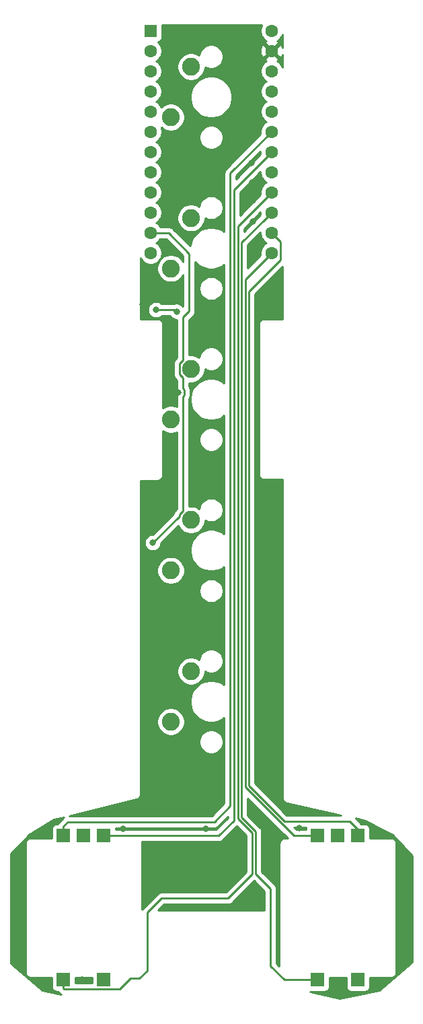
<source format=gbr>
%TF.GenerationSoftware,KiCad,Pcbnew,(5.1.6)-1*%
%TF.CreationDate,2022-03-28T18:13:33-05:00*%
%TF.ProjectId,PR-PCB,50522d50-4342-42e6-9b69-6361645f7063,rev?*%
%TF.SameCoordinates,Original*%
%TF.FileFunction,Copper,L2,Bot*%
%TF.FilePolarity,Positive*%
%FSLAX46Y46*%
G04 Gerber Fmt 4.6, Leading zero omitted, Abs format (unit mm)*
G04 Created by KiCad (PCBNEW (5.1.6)-1) date 2022-03-28 18:13:33*
%MOMM*%
%LPD*%
G01*
G04 APERTURE LIST*
%TA.AperFunction,ComponentPad*%
%ADD10C,2.250000*%
%TD*%
%TA.AperFunction,ComponentPad*%
%ADD11C,1.600000*%
%TD*%
%TA.AperFunction,ComponentPad*%
%ADD12R,1.600000X1.600000*%
%TD*%
%TA.AperFunction,ComponentPad*%
%ADD13R,1.700000X1.700000*%
%TD*%
%TA.AperFunction,ViaPad*%
%ADD14C,0.800000*%
%TD*%
%TA.AperFunction,Conductor*%
%ADD15C,0.250000*%
%TD*%
%TA.AperFunction,Conductor*%
%ADD16C,0.254000*%
%TD*%
G04 APERTURE END LIST*
D10*
%TO.P,MX5,2*%
%TO.N,Net-(MX5-Pad2)*%
X4770000Y-12190000D03*
%TO.P,MX5,1*%
%TO.N,Net-(MX1-Pad1)*%
X7310000Y-5840000D03*
%TD*%
%TO.P,MX4,2*%
%TO.N,Net-(MX4-Pad2)*%
X4770000Y-31190000D03*
%TO.P,MX4,1*%
%TO.N,Net-(MX1-Pad1)*%
X7310000Y-24840000D03*
%TD*%
%TO.P,MX3,2*%
%TO.N,Net-(MX3-Pad2)*%
X4770000Y-50190000D03*
%TO.P,MX3,1*%
%TO.N,Net-(MX1-Pad1)*%
X7310000Y-43840000D03*
%TD*%
%TO.P,MX2,2*%
%TO.N,Net-(MX2-Pad2)*%
X4770000Y-69190000D03*
%TO.P,MX2,1*%
%TO.N,Net-(MX1-Pad1)*%
X7310000Y-62840000D03*
%TD*%
%TO.P,MX1,2*%
%TO.N,Net-(MX1-Pad2)*%
X4770000Y-88190000D03*
%TO.P,MX1,1*%
%TO.N,Net-(MX1-Pad1)*%
X7310000Y-81840000D03*
%TD*%
D11*
%TO.P,U1,24*%
%TO.N,Net-(U1-Pad24)*%
X17470000Y-1300000D03*
%TO.P,U1,23*%
%TO.N,GND*%
X17470000Y-3840000D03*
%TO.P,U1,22*%
%TO.N,Net-(U1-Pad22)*%
X17470000Y-6380000D03*
%TO.P,U1,21*%
%TO.N,Net-(U1-Pad21)*%
X17470000Y-8920000D03*
%TO.P,U1,20*%
%TO.N,Net-(U1-Pad20)*%
X17470000Y-11460000D03*
%TO.P,U1,19*%
%TO.N,Net-(SW2-PadA)*%
X17470000Y-14000000D03*
%TO.P,U1,18*%
%TO.N,Net-(SW2-PadB)*%
X17470000Y-16540000D03*
%TO.P,U1,17*%
%TO.N,Net-(MX1-Pad1)*%
X17470000Y-19080000D03*
%TO.P,U1,16*%
%TO.N,Net-(SW2-PadS2)*%
X17470000Y-21620000D03*
%TO.P,U1,15*%
%TO.N,Net-(SW1-PadS2)*%
X17470000Y-24160000D03*
%TO.P,U1,14*%
%TO.N,Net-(SW1-PadB)*%
X17470000Y-26700000D03*
%TO.P,U1,13*%
%TO.N,Net-(SW1-PadA)*%
X17470000Y-29240000D03*
%TO.P,U1,12*%
%TO.N,Net-(MX1-Pad2)*%
X2230000Y-29240000D03*
%TO.P,U1,11*%
%TO.N,Net-(MX2-Pad2)*%
X2230000Y-26700000D03*
%TO.P,U1,10*%
%TO.N,Net-(MX3-Pad2)*%
X2230000Y-24160000D03*
%TO.P,U1,9*%
%TO.N,Net-(MX4-Pad2)*%
X2230000Y-21620000D03*
%TO.P,U1,8*%
%TO.N,Net-(MX5-Pad2)*%
X2230000Y-19080000D03*
%TO.P,U1,7*%
%TO.N,Net-(U1-Pad7)*%
X2230000Y-16540000D03*
%TO.P,U1,6*%
%TO.N,Net-(U1-Pad6)*%
X2230000Y-14000000D03*
%TO.P,U1,5*%
%TO.N,Net-(U1-Pad5)*%
X2230000Y-11460000D03*
%TO.P,U1,4*%
%TO.N,Net-(U1-Pad4)*%
X2230000Y-8920000D03*
%TO.P,U1,3*%
%TO.N,Net-(U1-Pad3)*%
X2230000Y-6380000D03*
%TO.P,U1,2*%
%TO.N,Net-(U1-Pad2)*%
X2230000Y-3840000D03*
D12*
%TO.P,U1,1*%
%TO.N,Net-(U1-Pad1)*%
X2230000Y-1300000D03*
%TD*%
D13*
%TO.P,SW2,A*%
%TO.N,Net-(SW2-PadA)*%
X-8740000Y-102550000D03*
%TO.P,SW2,B*%
%TO.N,Net-(SW2-PadB)*%
X-3660000Y-102550000D03*
%TO.P,SW2,C*%
%TO.N,GND*%
X-6200000Y-102550000D03*
%TO.P,SW2,S2*%
%TO.N,Net-(SW2-PadS2)*%
X-8740000Y-120650000D03*
%TO.P,SW2,S1*%
%TO.N,Net-(MX1-Pad1)*%
X-3660000Y-120650000D03*
%TD*%
%TO.P,SW1,S1*%
%TO.N,Net-(MX1-Pad1)*%
X28340000Y-120650000D03*
%TO.P,SW1,S2*%
%TO.N,Net-(SW1-PadS2)*%
X23260000Y-120650000D03*
%TO.P,SW1,C*%
%TO.N,GND*%
X25800000Y-102550000D03*
%TO.P,SW1,B*%
%TO.N,Net-(SW1-PadB)*%
X28340000Y-102550000D03*
%TO.P,SW1,A*%
%TO.N,Net-(SW1-PadA)*%
X23260000Y-102550000D03*
%TD*%
D14*
%TO.N,Net-(MX1-Pad2)*%
X2900000Y-36400000D03*
X5500000Y-36600000D03*
%TO.N,Net-(MX2-Pad2)*%
X2500000Y-65700000D03*
%TO.N,GND*%
X5700000Y-85400000D03*
X6300000Y-66400000D03*
X5700000Y-46800000D03*
X7000000Y-27400000D03*
X6500000Y-9200000D03*
X15100000Y-3500000D03*
X15300000Y-12100000D03*
X18000000Y-33000000D03*
X4700000Y-20500000D03*
X4300000Y-4800000D03*
X4600000Y-33700000D03*
X1200000Y-35700000D03*
X19500000Y-99200000D03*
X31100000Y-102500000D03*
X16800000Y-102100000D03*
X-2400000Y-99600000D03*
X-14700000Y-111000000D03*
X34000000Y-111300000D03*
X18000000Y-94300000D03*
X12700000Y-16400000D03*
X10200000Y-104500000D03*
X10500000Y-96700000D03*
X14000000Y-104700000D03*
X8800000Y-36500000D03*
X2000000Y-59000000D03*
X14900000Y-17900000D03*
X15000000Y-20400000D03*
X15100000Y-22700000D03*
X15100000Y-25300000D03*
X15200000Y-28600000D03*
X-1200000Y-101700000D03*
X9200000Y-101700000D03*
X20900000Y-101600000D03*
X25700000Y-120700000D03*
X31000000Y-121000000D03*
X-6400000Y-120600000D03*
X-11300000Y-120800000D03*
X7400000Y-109000000D03*
X14300000Y-111000000D03*
%TD*%
D15*
%TO.N,Net-(MX1-Pad2)*%
X2900000Y-36400000D02*
X5300000Y-36400000D01*
X5300000Y-36400000D02*
X5500000Y-36600000D01*
%TO.N,Net-(MX2-Pad2)*%
X5859999Y-62143999D02*
X5859999Y-62340001D01*
X6300000Y-61703998D02*
X5859999Y-62143999D01*
X6425001Y-47148001D02*
X6300000Y-47273002D01*
X6425001Y-46451999D02*
X6425001Y-47148001D01*
X7095001Y-29326975D02*
X7095001Y-36554999D01*
X4498026Y-26730000D02*
X7095001Y-29326975D01*
X6300000Y-37350000D02*
X6300000Y-42703998D01*
X6300000Y-47273002D02*
X6300000Y-61703998D01*
X2230000Y-26700000D02*
X2260000Y-26730000D01*
X7095001Y-36554999D02*
X6300000Y-37350000D01*
X2260000Y-26730000D02*
X4498026Y-26730000D01*
X5859999Y-43143999D02*
X5859999Y-44536001D01*
X6300000Y-42703998D02*
X5859999Y-43143999D01*
X6300000Y-46326998D02*
X6425001Y-46451999D01*
X5859999Y-44536001D02*
X6300000Y-44976002D01*
X5859999Y-62340001D02*
X2500000Y-65700000D01*
X6300000Y-44976002D02*
X6300000Y-46326998D01*
%TO.N,Net-(SW1-PadS2)*%
X16670001Y-24959999D02*
X17470000Y-24160000D01*
X13699978Y-27930022D02*
X16670001Y-24959999D01*
X13699978Y-96636390D02*
X13699978Y-27930022D01*
X13700000Y-96636412D02*
X13699978Y-96636390D01*
X15474999Y-102025001D02*
X13700000Y-100250002D01*
X23260000Y-120650000D02*
X19050000Y-120650000D01*
X19050000Y-120650000D02*
X17300000Y-118900000D01*
X13700000Y-100250002D02*
X13700000Y-96636412D01*
X17300000Y-109186432D02*
X15474999Y-107361431D01*
X17300000Y-118900000D02*
X17300000Y-109186432D01*
X15474999Y-107361431D02*
X15474999Y-102025001D01*
%TO.N,Net-(SW1-PadB)*%
X18595001Y-27825001D02*
X17470000Y-26700000D01*
X18595001Y-30104999D02*
X18595001Y-27825001D01*
X19036410Y-100700000D02*
X14600000Y-96263590D01*
X14600000Y-96263590D02*
X14600000Y-34100000D01*
X28340000Y-102550000D02*
X28340000Y-101740000D01*
X27300000Y-100700000D02*
X19036410Y-100700000D01*
X28340000Y-101740000D02*
X27300000Y-100700000D01*
X14600000Y-34100000D02*
X18595001Y-30104999D01*
%TO.N,Net-(SW1-PadA)*%
X20250000Y-102550000D02*
X14149989Y-96449990D01*
X23260000Y-102550000D02*
X20250000Y-102550000D01*
X14149989Y-32560011D02*
X17470000Y-29240000D01*
X14149989Y-96449990D02*
X14149989Y-32560011D01*
%TO.N,Net-(SW2-PadS2)*%
X-8740000Y-121750000D02*
X-8740000Y-120650000D01*
X-1625001Y-121825001D02*
X-8664999Y-121825001D01*
X15024988Y-107375012D02*
X12000000Y-110400000D01*
X13200000Y-25890000D02*
X13200000Y-100386412D01*
X3600000Y-110400000D02*
X1800000Y-112200000D01*
X17470000Y-21620000D02*
X13200000Y-25890000D01*
X1800000Y-119500000D02*
X800000Y-120500000D01*
X12000000Y-110400000D02*
X3600000Y-110400000D01*
X13200000Y-100386412D02*
X15024989Y-102211401D01*
X15024989Y-102211401D02*
X15024988Y-107375012D01*
X1800000Y-112200000D02*
X1800000Y-119500000D01*
X800000Y-120500000D02*
X-300000Y-120500000D01*
X-8664999Y-121825001D02*
X-8740000Y-121750000D01*
X-300000Y-120500000D02*
X-1625001Y-121825001D01*
%TO.N,Net-(SW2-PadB)*%
X12700000Y-21310000D02*
X17470000Y-16540000D01*
X12700000Y-100622802D02*
X12700000Y-21310000D01*
X10772802Y-102550000D02*
X12700000Y-100622802D01*
X-3660000Y-102550000D02*
X10772802Y-102550000D01*
%TO.N,Net-(SW2-PadA)*%
X-8740000Y-101340000D02*
X-8740000Y-102550000D01*
X12249989Y-19220011D02*
X12249989Y-98786421D01*
X17470000Y-14000000D02*
X12249989Y-19220011D01*
X12249989Y-98786421D02*
X10236410Y-100800000D01*
X10236410Y-100800000D02*
X-8200000Y-100800000D01*
X-8200000Y-100800000D02*
X-8740000Y-101340000D01*
%TD*%
D16*
%TO.N,GND*%
G36*
X29270946Y-100625391D02*
G01*
X32693106Y-102431532D01*
X35140000Y-105059678D01*
X35140001Y-118398624D01*
X30997613Y-121988695D01*
X26011072Y-123023637D01*
X22310043Y-122128227D01*
X22410000Y-122138072D01*
X24110000Y-122138072D01*
X24234482Y-122125812D01*
X24354180Y-122089502D01*
X24464494Y-122030537D01*
X24561185Y-121951185D01*
X24640537Y-121854494D01*
X24699502Y-121744180D01*
X24735812Y-121624482D01*
X24748072Y-121500000D01*
X24748072Y-120360000D01*
X26851928Y-120360000D01*
X26851928Y-121500000D01*
X26864188Y-121624482D01*
X26900498Y-121744180D01*
X26959463Y-121854494D01*
X27038815Y-121951185D01*
X27135506Y-122030537D01*
X27245820Y-122089502D01*
X27365518Y-122125812D01*
X27490000Y-122138072D01*
X29190000Y-122138072D01*
X29314482Y-122125812D01*
X29434180Y-122089502D01*
X29544494Y-122030537D01*
X29641185Y-121951185D01*
X29720537Y-121854494D01*
X29779502Y-121744180D01*
X29815812Y-121624482D01*
X29828072Y-121500000D01*
X29828072Y-120360000D01*
X32467581Y-120360000D01*
X32500000Y-120363193D01*
X32532419Y-120360000D01*
X32555234Y-120357753D01*
X32629383Y-120350450D01*
X32753793Y-120312710D01*
X32868450Y-120251425D01*
X32968948Y-120168948D01*
X33051425Y-120068450D01*
X33112710Y-119953793D01*
X33150450Y-119829383D01*
X33160000Y-119732419D01*
X33160000Y-119732418D01*
X33163193Y-119700000D01*
X33160000Y-119667581D01*
X33160000Y-103532419D01*
X33163193Y-103500000D01*
X33150450Y-103370617D01*
X33112710Y-103246207D01*
X33051425Y-103131550D01*
X32968948Y-103031052D01*
X32868450Y-102948575D01*
X32753793Y-102887290D01*
X32629383Y-102849550D01*
X32532419Y-102840000D01*
X32500000Y-102836807D01*
X32467581Y-102840000D01*
X29828072Y-102840000D01*
X29828072Y-101700000D01*
X29815812Y-101575518D01*
X29779502Y-101455820D01*
X29720537Y-101345506D01*
X29641185Y-101248815D01*
X29544494Y-101169463D01*
X29434180Y-101110498D01*
X29314482Y-101074188D01*
X29190000Y-101061928D01*
X28736730Y-101061928D01*
X28026390Y-100351589D01*
X29270946Y-100625391D01*
G37*
X29270946Y-100625391D02*
X32693106Y-102431532D01*
X35140000Y-105059678D01*
X35140001Y-118398624D01*
X30997613Y-121988695D01*
X26011072Y-123023637D01*
X22310043Y-122128227D01*
X22410000Y-122138072D01*
X24110000Y-122138072D01*
X24234482Y-122125812D01*
X24354180Y-122089502D01*
X24464494Y-122030537D01*
X24561185Y-121951185D01*
X24640537Y-121854494D01*
X24699502Y-121744180D01*
X24735812Y-121624482D01*
X24748072Y-121500000D01*
X24748072Y-120360000D01*
X26851928Y-120360000D01*
X26851928Y-121500000D01*
X26864188Y-121624482D01*
X26900498Y-121744180D01*
X26959463Y-121854494D01*
X27038815Y-121951185D01*
X27135506Y-122030537D01*
X27245820Y-122089502D01*
X27365518Y-122125812D01*
X27490000Y-122138072D01*
X29190000Y-122138072D01*
X29314482Y-122125812D01*
X29434180Y-122089502D01*
X29544494Y-122030537D01*
X29641185Y-121951185D01*
X29720537Y-121854494D01*
X29779502Y-121744180D01*
X29815812Y-121624482D01*
X29828072Y-121500000D01*
X29828072Y-120360000D01*
X32467581Y-120360000D01*
X32500000Y-120363193D01*
X32532419Y-120360000D01*
X32555234Y-120357753D01*
X32629383Y-120350450D01*
X32753793Y-120312710D01*
X32868450Y-120251425D01*
X32968948Y-120168948D01*
X33051425Y-120068450D01*
X33112710Y-119953793D01*
X33150450Y-119829383D01*
X33160000Y-119732419D01*
X33160000Y-119732418D01*
X33163193Y-119700000D01*
X33160000Y-119667581D01*
X33160000Y-103532419D01*
X33163193Y-103500000D01*
X33150450Y-103370617D01*
X33112710Y-103246207D01*
X33051425Y-103131550D01*
X32968948Y-103031052D01*
X32868450Y-102948575D01*
X32753793Y-102887290D01*
X32629383Y-102849550D01*
X32532419Y-102840000D01*
X32500000Y-102836807D01*
X32467581Y-102840000D01*
X29828072Y-102840000D01*
X29828072Y-101700000D01*
X29815812Y-101575518D01*
X29779502Y-101455820D01*
X29720537Y-101345506D01*
X29641185Y-101248815D01*
X29544494Y-101169463D01*
X29434180Y-101110498D01*
X29314482Y-101074188D01*
X29190000Y-101061928D01*
X28736730Y-101061928D01*
X28026390Y-100351589D01*
X29270946Y-100625391D01*
G36*
X-8740001Y-100259999D02*
G01*
X-8763800Y-100288998D01*
X-9250998Y-100776197D01*
X-9280001Y-100799999D01*
X-9320202Y-100848985D01*
X-9374974Y-100915724D01*
X-9419489Y-100999005D01*
X-9445546Y-101047754D01*
X-9449846Y-101061928D01*
X-9590000Y-101061928D01*
X-9714482Y-101074188D01*
X-9834180Y-101110498D01*
X-9944494Y-101169463D01*
X-10041185Y-101248815D01*
X-10120537Y-101345506D01*
X-10179502Y-101455820D01*
X-10215812Y-101575518D01*
X-10228072Y-101700000D01*
X-10228072Y-102840000D01*
X-12867581Y-102840000D01*
X-12900000Y-102836807D01*
X-12997136Y-102846374D01*
X-13029383Y-102849550D01*
X-13153793Y-102887290D01*
X-13268450Y-102948575D01*
X-13368948Y-103031052D01*
X-13451425Y-103131550D01*
X-13512710Y-103246207D01*
X-13550450Y-103370617D01*
X-13563193Y-103500000D01*
X-13560000Y-103532419D01*
X-13559999Y-119667571D01*
X-13563193Y-119700000D01*
X-13550450Y-119829383D01*
X-13512710Y-119953793D01*
X-13451425Y-120068450D01*
X-13368948Y-120168948D01*
X-13268450Y-120251425D01*
X-13153793Y-120312710D01*
X-13029383Y-120350450D01*
X-12932419Y-120360000D01*
X-12900000Y-120363193D01*
X-12867581Y-120360000D01*
X-10228072Y-120360000D01*
X-10228072Y-121500000D01*
X-10215812Y-121624482D01*
X-10179502Y-121744180D01*
X-10120537Y-121854494D01*
X-10041185Y-121951185D01*
X-9944494Y-122030537D01*
X-9834180Y-122089502D01*
X-9714482Y-122125812D01*
X-9590000Y-122138072D01*
X-9394326Y-122138072D01*
X-9374974Y-122174276D01*
X-9359444Y-122193199D01*
X-9280001Y-122290001D01*
X-9251000Y-122313802D01*
X-9228800Y-122336002D01*
X-9205000Y-122365002D01*
X-9089275Y-122459975D01*
X-9065394Y-122472740D01*
X-11398836Y-121988441D01*
X-15340000Y-118597208D01*
X-15340000Y-104766115D01*
X-12986408Y-102322000D01*
X-9946804Y-100517236D01*
X-8667425Y-100200438D01*
X-8740001Y-100259999D01*
G37*
X-8740001Y-100259999D02*
X-8763800Y-100288998D01*
X-9250998Y-100776197D01*
X-9280001Y-100799999D01*
X-9320202Y-100848985D01*
X-9374974Y-100915724D01*
X-9419489Y-100999005D01*
X-9445546Y-101047754D01*
X-9449846Y-101061928D01*
X-9590000Y-101061928D01*
X-9714482Y-101074188D01*
X-9834180Y-101110498D01*
X-9944494Y-101169463D01*
X-10041185Y-101248815D01*
X-10120537Y-101345506D01*
X-10179502Y-101455820D01*
X-10215812Y-101575518D01*
X-10228072Y-101700000D01*
X-10228072Y-102840000D01*
X-12867581Y-102840000D01*
X-12900000Y-102836807D01*
X-12997136Y-102846374D01*
X-13029383Y-102849550D01*
X-13153793Y-102887290D01*
X-13268450Y-102948575D01*
X-13368948Y-103031052D01*
X-13451425Y-103131550D01*
X-13512710Y-103246207D01*
X-13550450Y-103370617D01*
X-13563193Y-103500000D01*
X-13560000Y-103532419D01*
X-13559999Y-119667571D01*
X-13563193Y-119700000D01*
X-13550450Y-119829383D01*
X-13512710Y-119953793D01*
X-13451425Y-120068450D01*
X-13368948Y-120168948D01*
X-13268450Y-120251425D01*
X-13153793Y-120312710D01*
X-13029383Y-120350450D01*
X-12932419Y-120360000D01*
X-12900000Y-120363193D01*
X-12867581Y-120360000D01*
X-10228072Y-120360000D01*
X-10228072Y-121500000D01*
X-10215812Y-121624482D01*
X-10179502Y-121744180D01*
X-10120537Y-121854494D01*
X-10041185Y-121951185D01*
X-9944494Y-122030537D01*
X-9834180Y-122089502D01*
X-9714482Y-122125812D01*
X-9590000Y-122138072D01*
X-9394326Y-122138072D01*
X-9374974Y-122174276D01*
X-9359444Y-122193199D01*
X-9280001Y-122290001D01*
X-9251000Y-122313802D01*
X-9228800Y-122336002D01*
X-9205000Y-122365002D01*
X-9089275Y-122459975D01*
X-9065394Y-122472740D01*
X-11398836Y-121988441D01*
X-15340000Y-118597208D01*
X-15340000Y-104766115D01*
X-12986408Y-102322000D01*
X-9946804Y-100517236D01*
X-8667425Y-100200438D01*
X-8740001Y-100259999D01*
G36*
X-5148072Y-121065001D02*
G01*
X-7251928Y-121065001D01*
X-7251928Y-120360000D01*
X-5148072Y-120360000D01*
X-5148072Y-121065001D01*
G37*
X-5148072Y-121065001D02*
X-7251928Y-121065001D01*
X-7251928Y-120360000D01*
X-5148072Y-120360000D01*
X-5148072Y-121065001D01*
G36*
X19465198Y-102840000D02*
G01*
X19132419Y-102840000D01*
X19100000Y-102836807D01*
X19067581Y-102840000D01*
X18970617Y-102849550D01*
X18846207Y-102887290D01*
X18731550Y-102948575D01*
X18631052Y-103031052D01*
X18548575Y-103131550D01*
X18487290Y-103246207D01*
X18449550Y-103370617D01*
X18436807Y-103500000D01*
X18440001Y-103532429D01*
X18440000Y-118965199D01*
X18060000Y-118585199D01*
X18060000Y-109223754D01*
X18063676Y-109186431D01*
X18060000Y-109149108D01*
X18060000Y-109149099D01*
X18049003Y-109037446D01*
X18005546Y-108894185D01*
X17934974Y-108762156D01*
X17840001Y-108646431D01*
X17811003Y-108622633D01*
X16234999Y-107046630D01*
X16234999Y-102062326D01*
X16238675Y-102025001D01*
X16234999Y-101987676D01*
X16234999Y-101987668D01*
X16224002Y-101876015D01*
X16180545Y-101732754D01*
X16109973Y-101600725D01*
X16015000Y-101485000D01*
X15986002Y-101461202D01*
X14460000Y-99935201D01*
X14460000Y-97834802D01*
X19465198Y-102840000D01*
G37*
X19465198Y-102840000D02*
X19132419Y-102840000D01*
X19100000Y-102836807D01*
X19067581Y-102840000D01*
X18970617Y-102849550D01*
X18846207Y-102887290D01*
X18731550Y-102948575D01*
X18631052Y-103031052D01*
X18548575Y-103131550D01*
X18487290Y-103246207D01*
X18449550Y-103370617D01*
X18436807Y-103500000D01*
X18440001Y-103532429D01*
X18440000Y-118965199D01*
X18060000Y-118585199D01*
X18060000Y-109223754D01*
X18063676Y-109186431D01*
X18060000Y-109149108D01*
X18060000Y-109149099D01*
X18049003Y-109037446D01*
X18005546Y-108894185D01*
X17934974Y-108762156D01*
X17840001Y-108646431D01*
X17811003Y-108622633D01*
X16234999Y-107046630D01*
X16234999Y-102062326D01*
X16238675Y-102025001D01*
X16234999Y-101987676D01*
X16234999Y-101987668D01*
X16224002Y-101876015D01*
X16180545Y-101732754D01*
X16109973Y-101600725D01*
X16015000Y-101485000D01*
X15986002Y-101461202D01*
X14460000Y-99935201D01*
X14460000Y-97834802D01*
X19465198Y-102840000D01*
G36*
X16540001Y-109501235D02*
G01*
X16540001Y-111940747D01*
X16532419Y-111940000D01*
X16500000Y-111936807D01*
X16467581Y-111940000D01*
X3232419Y-111940000D01*
X3200000Y-111936807D01*
X3167581Y-111940000D01*
X3131221Y-111943581D01*
X3914803Y-111160000D01*
X11962678Y-111160000D01*
X12000000Y-111163676D01*
X12037322Y-111160000D01*
X12037333Y-111160000D01*
X12148986Y-111149003D01*
X12292247Y-111105546D01*
X12424276Y-111034974D01*
X12540001Y-110940001D01*
X12563804Y-110910997D01*
X15256784Y-108218018D01*
X16540001Y-109501235D01*
G37*
X16540001Y-109501235D02*
X16540001Y-111940747D01*
X16532419Y-111940000D01*
X16500000Y-111936807D01*
X16467581Y-111940000D01*
X3232419Y-111940000D01*
X3200000Y-111936807D01*
X3167581Y-111940000D01*
X3131221Y-111943581D01*
X3914803Y-111160000D01*
X11962678Y-111160000D01*
X12000000Y-111163676D01*
X12037322Y-111160000D01*
X12037333Y-111160000D01*
X12148986Y-111149003D01*
X12292247Y-111105546D01*
X12424276Y-111034974D01*
X12540001Y-110940001D01*
X12563804Y-110910997D01*
X15256784Y-108218018D01*
X16540001Y-109501235D01*
G36*
X14264990Y-102526204D02*
G01*
X14264988Y-107060210D01*
X11685199Y-109640000D01*
X3637322Y-109640000D01*
X3599999Y-109636324D01*
X3562676Y-109640000D01*
X3562667Y-109640000D01*
X3451014Y-109650997D01*
X3307753Y-109694454D01*
X3175724Y-109765026D01*
X3175722Y-109765027D01*
X3175723Y-109765027D01*
X3088996Y-109836201D01*
X3088992Y-109836205D01*
X3059999Y-109859999D01*
X3036205Y-109888992D01*
X1289002Y-111636197D01*
X1259999Y-111659999D01*
X1204871Y-111727174D01*
X1165026Y-111775724D01*
X1160000Y-111785127D01*
X1160000Y-103532419D01*
X1163193Y-103500000D01*
X1150450Y-103370617D01*
X1132062Y-103310000D01*
X10735480Y-103310000D01*
X10772802Y-103313676D01*
X10810124Y-103310000D01*
X10810135Y-103310000D01*
X10921788Y-103299003D01*
X11065049Y-103255546D01*
X11197078Y-103184974D01*
X11312803Y-103090001D01*
X11336606Y-103060997D01*
X13068195Y-101329409D01*
X14264990Y-102526204D01*
G37*
X14264990Y-102526204D02*
X14264988Y-107060210D01*
X11685199Y-109640000D01*
X3637322Y-109640000D01*
X3599999Y-109636324D01*
X3562676Y-109640000D01*
X3562667Y-109640000D01*
X3451014Y-109650997D01*
X3307753Y-109694454D01*
X3175724Y-109765026D01*
X3175722Y-109765027D01*
X3175723Y-109765027D01*
X3088996Y-109836201D01*
X3088992Y-109836205D01*
X3059999Y-109859999D01*
X3036205Y-109888992D01*
X1289002Y-111636197D01*
X1259999Y-111659999D01*
X1204871Y-111727174D01*
X1165026Y-111775724D01*
X1160000Y-111785127D01*
X1160000Y-103532419D01*
X1163193Y-103500000D01*
X1150450Y-103370617D01*
X1132062Y-103310000D01*
X10735480Y-103310000D01*
X10772802Y-103313676D01*
X10810124Y-103310000D01*
X10810135Y-103310000D01*
X10921788Y-103299003D01*
X11065049Y-103255546D01*
X11197078Y-103184974D01*
X11312803Y-103090001D01*
X11336606Y-103060997D01*
X13068195Y-101329409D01*
X14264990Y-102526204D01*
G36*
X-6073000Y-102423000D02*
G01*
X-6053000Y-102423000D01*
X-6053000Y-102677000D01*
X-6073000Y-102677000D01*
X-6073000Y-102697000D01*
X-6327000Y-102697000D01*
X-6327000Y-102677000D01*
X-6347000Y-102677000D01*
X-6347000Y-102423000D01*
X-6327000Y-102423000D01*
X-6327000Y-102403000D01*
X-6073000Y-102403000D01*
X-6073000Y-102423000D01*
G37*
X-6073000Y-102423000D02*
X-6053000Y-102423000D01*
X-6053000Y-102677000D01*
X-6073000Y-102677000D01*
X-6073000Y-102697000D01*
X-6327000Y-102697000D01*
X-6327000Y-102677000D01*
X-6347000Y-102677000D01*
X-6347000Y-102423000D01*
X-6327000Y-102423000D01*
X-6327000Y-102403000D01*
X-6073000Y-102403000D01*
X-6073000Y-102423000D01*
G36*
X25927000Y-102423000D02*
G01*
X25947000Y-102423000D01*
X25947000Y-102677000D01*
X25927000Y-102677000D01*
X25927000Y-102697000D01*
X25673000Y-102697000D01*
X25673000Y-102677000D01*
X25653000Y-102677000D01*
X25653000Y-102423000D01*
X25673000Y-102423000D01*
X25673000Y-102403000D01*
X25927000Y-102403000D01*
X25927000Y-102423000D01*
G37*
X25927000Y-102423000D02*
X25947000Y-102423000D01*
X25947000Y-102677000D01*
X25927000Y-102677000D01*
X25927000Y-102697000D01*
X25673000Y-102697000D01*
X25673000Y-102677000D01*
X25653000Y-102677000D01*
X25653000Y-102423000D01*
X25673000Y-102423000D01*
X25673000Y-102403000D01*
X25927000Y-102403000D01*
X25927000Y-102423000D01*
G36*
X21784188Y-101575518D02*
G01*
X21771928Y-101700000D01*
X21771928Y-101790000D01*
X20564802Y-101790000D01*
X20234802Y-101460000D01*
X21819230Y-101460000D01*
X21784188Y-101575518D01*
G37*
X21784188Y-101575518D02*
X21771928Y-101700000D01*
X21771928Y-101790000D01*
X20564802Y-101790000D01*
X20234802Y-101460000D01*
X21819230Y-101460000D01*
X21784188Y-101575518D01*
G36*
X11940000Y-100308000D02*
G01*
X10458001Y-101790000D01*
X-2171928Y-101790000D01*
X-2171928Y-101700000D01*
X-2184188Y-101575518D01*
X-2188895Y-101560000D01*
X10199088Y-101560000D01*
X10236410Y-101563676D01*
X10273732Y-101560000D01*
X10273743Y-101560000D01*
X10385396Y-101549003D01*
X10528657Y-101505546D01*
X10660686Y-101434974D01*
X10776411Y-101340001D01*
X10800214Y-101310997D01*
X11940000Y-100171212D01*
X11940000Y-100308000D01*
G37*
X11940000Y-100308000D02*
X10458001Y-101790000D01*
X-2171928Y-101790000D01*
X-2171928Y-101700000D01*
X-2184188Y-101575518D01*
X-2188895Y-101560000D01*
X10199088Y-101560000D01*
X10236410Y-101563676D01*
X10273732Y-101560000D01*
X10273743Y-101560000D01*
X10385396Y-101549003D01*
X10528657Y-101505546D01*
X10660686Y-101434974D01*
X10776411Y-101340001D01*
X10800214Y-101310997D01*
X11940000Y-100171212D01*
X11940000Y-100308000D01*
G36*
X8174174Y-30692000D02*
G01*
X8604749Y-30979701D01*
X9083178Y-31177873D01*
X9591076Y-31278900D01*
X10108924Y-31278900D01*
X10616822Y-31177873D01*
X11095251Y-30979701D01*
X11489989Y-30715945D01*
X11489989Y-45584055D01*
X11095251Y-45320299D01*
X10616822Y-45122127D01*
X10108924Y-45021100D01*
X9591076Y-45021100D01*
X9083178Y-45122127D01*
X8604749Y-45320299D01*
X8174174Y-45608000D01*
X7808000Y-45974174D01*
X7520299Y-46404749D01*
X7322127Y-46883178D01*
X7221100Y-47391076D01*
X7221100Y-47908924D01*
X7322127Y-48416822D01*
X7520299Y-48895251D01*
X7808000Y-49325826D01*
X8174174Y-49692000D01*
X8604749Y-49979701D01*
X9083178Y-50177873D01*
X9591076Y-50278900D01*
X10108924Y-50278900D01*
X10616822Y-50177873D01*
X11095251Y-49979701D01*
X11489989Y-49715945D01*
X11489990Y-64584055D01*
X11095251Y-64320299D01*
X10616822Y-64122127D01*
X10108924Y-64021100D01*
X9591076Y-64021100D01*
X9083178Y-64122127D01*
X8604749Y-64320299D01*
X8174174Y-64608000D01*
X7808000Y-64974174D01*
X7520299Y-65404749D01*
X7322127Y-65883178D01*
X7221100Y-66391076D01*
X7221100Y-66908924D01*
X7322127Y-67416822D01*
X7520299Y-67895251D01*
X7808000Y-68325826D01*
X8174174Y-68692000D01*
X8604749Y-68979701D01*
X9083178Y-69177873D01*
X9591076Y-69278900D01*
X10108924Y-69278900D01*
X10616822Y-69177873D01*
X11095251Y-68979701D01*
X11489990Y-68715945D01*
X11489990Y-83584055D01*
X11095251Y-83320299D01*
X10616822Y-83122127D01*
X10108924Y-83021100D01*
X9591076Y-83021100D01*
X9083178Y-83122127D01*
X8604749Y-83320299D01*
X8174174Y-83608000D01*
X7808000Y-83974174D01*
X7520299Y-84404749D01*
X7322127Y-84883178D01*
X7221100Y-85391076D01*
X7221100Y-85908924D01*
X7322127Y-86416822D01*
X7520299Y-86895251D01*
X7808000Y-87325826D01*
X8174174Y-87692000D01*
X8604749Y-87979701D01*
X9083178Y-88177873D01*
X9591076Y-88278900D01*
X10108924Y-88278900D01*
X10616822Y-88177873D01*
X11095251Y-87979701D01*
X11489990Y-87715945D01*
X11489990Y-98471618D01*
X9921609Y-100040000D01*
X-8019503Y-100040000D01*
X412258Y-97952137D01*
X429382Y-97950450D01*
X475200Y-97936551D01*
X490106Y-97932860D01*
X506262Y-97927128D01*
X553792Y-97912710D01*
X567390Y-97905442D01*
X581931Y-97900283D01*
X624634Y-97874845D01*
X668449Y-97851425D01*
X680369Y-97841642D01*
X693623Y-97833747D01*
X730539Y-97800470D01*
X768948Y-97768948D01*
X778733Y-97757025D01*
X790188Y-97746699D01*
X819895Y-97706869D01*
X851425Y-97668450D01*
X858696Y-97654847D01*
X867916Y-97642485D01*
X889283Y-97597623D01*
X912710Y-97553793D01*
X917188Y-97539032D01*
X923819Y-97525109D01*
X936021Y-97476950D01*
X950450Y-97429383D01*
X951962Y-97414028D01*
X955749Y-97399082D01*
X958321Y-97349470D01*
X960000Y-97332419D01*
X960000Y-97317072D01*
X962479Y-97269248D01*
X960000Y-97252219D01*
X960000Y-90581278D01*
X8340000Y-90581278D01*
X8340000Y-90878722D01*
X8398029Y-91170451D01*
X8511856Y-91445253D01*
X8677107Y-91692569D01*
X8887431Y-91902893D01*
X9134747Y-92068144D01*
X9409549Y-92181971D01*
X9701278Y-92240000D01*
X9998722Y-92240000D01*
X10290451Y-92181971D01*
X10565253Y-92068144D01*
X10812569Y-91902893D01*
X11022893Y-91692569D01*
X11188144Y-91445253D01*
X11301971Y-91170451D01*
X11360000Y-90878722D01*
X11360000Y-90581278D01*
X11301971Y-90289549D01*
X11188144Y-90014747D01*
X11022893Y-89767431D01*
X10812569Y-89557107D01*
X10565253Y-89391856D01*
X10290451Y-89278029D01*
X9998722Y-89220000D01*
X9701278Y-89220000D01*
X9409549Y-89278029D01*
X9134747Y-89391856D01*
X8887431Y-89557107D01*
X8677107Y-89767431D01*
X8511856Y-90014747D01*
X8398029Y-90289549D01*
X8340000Y-90581278D01*
X960000Y-90581278D01*
X960000Y-88016655D01*
X3010000Y-88016655D01*
X3010000Y-88363345D01*
X3077636Y-88703373D01*
X3210308Y-89023673D01*
X3402919Y-89311935D01*
X3648065Y-89557081D01*
X3936327Y-89749692D01*
X4256627Y-89882364D01*
X4596655Y-89950000D01*
X4943345Y-89950000D01*
X5283373Y-89882364D01*
X5603673Y-89749692D01*
X5891935Y-89557081D01*
X6137081Y-89311935D01*
X6329692Y-89023673D01*
X6462364Y-88703373D01*
X6530000Y-88363345D01*
X6530000Y-88016655D01*
X6462364Y-87676627D01*
X6329692Y-87356327D01*
X6137081Y-87068065D01*
X5891935Y-86822919D01*
X5603673Y-86630308D01*
X5283373Y-86497636D01*
X4943345Y-86430000D01*
X4596655Y-86430000D01*
X4256627Y-86497636D01*
X3936327Y-86630308D01*
X3648065Y-86822919D01*
X3402919Y-87068065D01*
X3210308Y-87356327D01*
X3077636Y-87676627D01*
X3010000Y-88016655D01*
X960000Y-88016655D01*
X960000Y-81666655D01*
X5550000Y-81666655D01*
X5550000Y-82013345D01*
X5617636Y-82353373D01*
X5750308Y-82673673D01*
X5942919Y-82961935D01*
X6188065Y-83207081D01*
X6476327Y-83399692D01*
X6796627Y-83532364D01*
X7136655Y-83600000D01*
X7483345Y-83600000D01*
X7823373Y-83532364D01*
X8143673Y-83399692D01*
X8431935Y-83207081D01*
X8677081Y-82961935D01*
X8869692Y-82673673D01*
X9002364Y-82353373D01*
X9070000Y-82013345D01*
X9070000Y-81864882D01*
X9134747Y-81908144D01*
X9409549Y-82021971D01*
X9701278Y-82080000D01*
X9998722Y-82080000D01*
X10290451Y-82021971D01*
X10565253Y-81908144D01*
X10812569Y-81742893D01*
X11022893Y-81532569D01*
X11188144Y-81285253D01*
X11301971Y-81010451D01*
X11360000Y-80718722D01*
X11360000Y-80421278D01*
X11301971Y-80129549D01*
X11188144Y-79854747D01*
X11022893Y-79607431D01*
X10812569Y-79397107D01*
X10565253Y-79231856D01*
X10290451Y-79118029D01*
X9998722Y-79060000D01*
X9701278Y-79060000D01*
X9409549Y-79118029D01*
X9134747Y-79231856D01*
X8887431Y-79397107D01*
X8677107Y-79607431D01*
X8511856Y-79854747D01*
X8398029Y-80129549D01*
X8341719Y-80412638D01*
X8143673Y-80280308D01*
X7823373Y-80147636D01*
X7483345Y-80080000D01*
X7136655Y-80080000D01*
X6796627Y-80147636D01*
X6476327Y-80280308D01*
X6188065Y-80472919D01*
X5942919Y-80718065D01*
X5750308Y-81006327D01*
X5617636Y-81326627D01*
X5550000Y-81666655D01*
X960000Y-81666655D01*
X960000Y-71581278D01*
X8340000Y-71581278D01*
X8340000Y-71878722D01*
X8398029Y-72170451D01*
X8511856Y-72445253D01*
X8677107Y-72692569D01*
X8887431Y-72902893D01*
X9134747Y-73068144D01*
X9409549Y-73181971D01*
X9701278Y-73240000D01*
X9998722Y-73240000D01*
X10290451Y-73181971D01*
X10565253Y-73068144D01*
X10812569Y-72902893D01*
X11022893Y-72692569D01*
X11188144Y-72445253D01*
X11301971Y-72170451D01*
X11360000Y-71878722D01*
X11360000Y-71581278D01*
X11301971Y-71289549D01*
X11188144Y-71014747D01*
X11022893Y-70767431D01*
X10812569Y-70557107D01*
X10565253Y-70391856D01*
X10290451Y-70278029D01*
X9998722Y-70220000D01*
X9701278Y-70220000D01*
X9409549Y-70278029D01*
X9134747Y-70391856D01*
X8887431Y-70557107D01*
X8677107Y-70767431D01*
X8511856Y-71014747D01*
X8398029Y-71289549D01*
X8340000Y-71581278D01*
X960000Y-71581278D01*
X960000Y-69016655D01*
X3010000Y-69016655D01*
X3010000Y-69363345D01*
X3077636Y-69703373D01*
X3210308Y-70023673D01*
X3402919Y-70311935D01*
X3648065Y-70557081D01*
X3936327Y-70749692D01*
X4256627Y-70882364D01*
X4596655Y-70950000D01*
X4943345Y-70950000D01*
X5283373Y-70882364D01*
X5603673Y-70749692D01*
X5891935Y-70557081D01*
X6137081Y-70311935D01*
X6329692Y-70023673D01*
X6462364Y-69703373D01*
X6530000Y-69363345D01*
X6530000Y-69016655D01*
X6462364Y-68676627D01*
X6329692Y-68356327D01*
X6137081Y-68068065D01*
X5891935Y-67822919D01*
X5603673Y-67630308D01*
X5283373Y-67497636D01*
X4943345Y-67430000D01*
X4596655Y-67430000D01*
X4256627Y-67497636D01*
X3936327Y-67630308D01*
X3648065Y-67822919D01*
X3402919Y-68068065D01*
X3210308Y-68356327D01*
X3077636Y-68676627D01*
X3010000Y-69016655D01*
X960000Y-69016655D01*
X960000Y-57860000D01*
X3067581Y-57860000D01*
X3100000Y-57863193D01*
X3132419Y-57860000D01*
X3229383Y-57850450D01*
X3353793Y-57812710D01*
X3468450Y-57751425D01*
X3568948Y-57668948D01*
X3651425Y-57568450D01*
X3712710Y-57453793D01*
X3750450Y-57329383D01*
X3763193Y-57200000D01*
X3760000Y-57167581D01*
X3760000Y-51631874D01*
X3936327Y-51749692D01*
X4256627Y-51882364D01*
X4596655Y-51950000D01*
X4943345Y-51950000D01*
X5283373Y-51882364D01*
X5540000Y-51776066D01*
X5540001Y-61389196D01*
X5349001Y-61580196D01*
X5319998Y-61603998D01*
X5295003Y-61634455D01*
X5225025Y-61719723D01*
X5194836Y-61776202D01*
X5154453Y-61851753D01*
X5110996Y-61995014D01*
X5108900Y-62016298D01*
X2460199Y-64665000D01*
X2398061Y-64665000D01*
X2198102Y-64704774D01*
X2009744Y-64782795D01*
X1840226Y-64896063D01*
X1696063Y-65040226D01*
X1582795Y-65209744D01*
X1504774Y-65398102D01*
X1465000Y-65598061D01*
X1465000Y-65801939D01*
X1504774Y-66001898D01*
X1582795Y-66190256D01*
X1696063Y-66359774D01*
X1840226Y-66503937D01*
X2009744Y-66617205D01*
X2198102Y-66695226D01*
X2398061Y-66735000D01*
X2601939Y-66735000D01*
X2801898Y-66695226D01*
X2990256Y-66617205D01*
X3159774Y-66503937D01*
X3303937Y-66359774D01*
X3417205Y-66190256D01*
X3495226Y-66001898D01*
X3535000Y-65801939D01*
X3535000Y-65739801D01*
X5706615Y-63568187D01*
X5750308Y-63673673D01*
X5942919Y-63961935D01*
X6188065Y-64207081D01*
X6476327Y-64399692D01*
X6796627Y-64532364D01*
X7136655Y-64600000D01*
X7483345Y-64600000D01*
X7823373Y-64532364D01*
X8143673Y-64399692D01*
X8431935Y-64207081D01*
X8677081Y-63961935D01*
X8869692Y-63673673D01*
X9002364Y-63353373D01*
X9070000Y-63013345D01*
X9070000Y-62864882D01*
X9134747Y-62908144D01*
X9409549Y-63021971D01*
X9701278Y-63080000D01*
X9998722Y-63080000D01*
X10290451Y-63021971D01*
X10565253Y-62908144D01*
X10812569Y-62742893D01*
X11022893Y-62532569D01*
X11188144Y-62285253D01*
X11301971Y-62010451D01*
X11360000Y-61718722D01*
X11360000Y-61421278D01*
X11301971Y-61129549D01*
X11188144Y-60854747D01*
X11022893Y-60607431D01*
X10812569Y-60397107D01*
X10565253Y-60231856D01*
X10290451Y-60118029D01*
X9998722Y-60060000D01*
X9701278Y-60060000D01*
X9409549Y-60118029D01*
X9134747Y-60231856D01*
X8887431Y-60397107D01*
X8677107Y-60607431D01*
X8511856Y-60854747D01*
X8398029Y-61129549D01*
X8341719Y-61412638D01*
X8143673Y-61280308D01*
X7823373Y-61147636D01*
X7483345Y-61080000D01*
X7136655Y-61080000D01*
X7060000Y-61095248D01*
X7060000Y-52581278D01*
X8340000Y-52581278D01*
X8340000Y-52878722D01*
X8398029Y-53170451D01*
X8511856Y-53445253D01*
X8677107Y-53692569D01*
X8887431Y-53902893D01*
X9134747Y-54068144D01*
X9409549Y-54181971D01*
X9701278Y-54240000D01*
X9998722Y-54240000D01*
X10290451Y-54181971D01*
X10565253Y-54068144D01*
X10812569Y-53902893D01*
X11022893Y-53692569D01*
X11188144Y-53445253D01*
X11301971Y-53170451D01*
X11360000Y-52878722D01*
X11360000Y-52581278D01*
X11301971Y-52289549D01*
X11188144Y-52014747D01*
X11022893Y-51767431D01*
X10812569Y-51557107D01*
X10565253Y-51391856D01*
X10290451Y-51278029D01*
X9998722Y-51220000D01*
X9701278Y-51220000D01*
X9409549Y-51278029D01*
X9134747Y-51391856D01*
X8887431Y-51557107D01*
X8677107Y-51767431D01*
X8511856Y-52014747D01*
X8398029Y-52289549D01*
X8340000Y-52581278D01*
X7060000Y-52581278D01*
X7060000Y-47572230D01*
X7130547Y-47440248D01*
X7174004Y-47296987D01*
X7185001Y-47185334D01*
X7185001Y-47185324D01*
X7188677Y-47148002D01*
X7185001Y-47110679D01*
X7185001Y-46489321D01*
X7188677Y-46451998D01*
X7185001Y-46414676D01*
X7185001Y-46414666D01*
X7174004Y-46303013D01*
X7130547Y-46159752D01*
X7060000Y-46027770D01*
X7060000Y-45584752D01*
X7136655Y-45600000D01*
X7483345Y-45600000D01*
X7823373Y-45532364D01*
X8143673Y-45399692D01*
X8431935Y-45207081D01*
X8677081Y-44961935D01*
X8869692Y-44673673D01*
X9002364Y-44353373D01*
X9070000Y-44013345D01*
X9070000Y-43864882D01*
X9134747Y-43908144D01*
X9409549Y-44021971D01*
X9701278Y-44080000D01*
X9998722Y-44080000D01*
X10290451Y-44021971D01*
X10565253Y-43908144D01*
X10812569Y-43742893D01*
X11022893Y-43532569D01*
X11188144Y-43285253D01*
X11301971Y-43010451D01*
X11360000Y-42718722D01*
X11360000Y-42421278D01*
X11301971Y-42129549D01*
X11188144Y-41854747D01*
X11022893Y-41607431D01*
X10812569Y-41397107D01*
X10565253Y-41231856D01*
X10290451Y-41118029D01*
X9998722Y-41060000D01*
X9701278Y-41060000D01*
X9409549Y-41118029D01*
X9134747Y-41231856D01*
X8887431Y-41397107D01*
X8677107Y-41607431D01*
X8511856Y-41854747D01*
X8398029Y-42129549D01*
X8341719Y-42412638D01*
X8143673Y-42280308D01*
X7823373Y-42147636D01*
X7483345Y-42080000D01*
X7136655Y-42080000D01*
X7060000Y-42095248D01*
X7060000Y-37664801D01*
X7606003Y-37118798D01*
X7635002Y-37095000D01*
X7729975Y-36979275D01*
X7800547Y-36847246D01*
X7844004Y-36703985D01*
X7855001Y-36592332D01*
X7855001Y-36592323D01*
X7858677Y-36555000D01*
X7855001Y-36517677D01*
X7855001Y-33581278D01*
X8340000Y-33581278D01*
X8340000Y-33878722D01*
X8398029Y-34170451D01*
X8511856Y-34445253D01*
X8677107Y-34692569D01*
X8887431Y-34902893D01*
X9134747Y-35068144D01*
X9409549Y-35181971D01*
X9701278Y-35240000D01*
X9998722Y-35240000D01*
X10290451Y-35181971D01*
X10565253Y-35068144D01*
X10812569Y-34902893D01*
X11022893Y-34692569D01*
X11188144Y-34445253D01*
X11301971Y-34170451D01*
X11360000Y-33878722D01*
X11360000Y-33581278D01*
X11301971Y-33289549D01*
X11188144Y-33014747D01*
X11022893Y-32767431D01*
X10812569Y-32557107D01*
X10565253Y-32391856D01*
X10290451Y-32278029D01*
X9998722Y-32220000D01*
X9701278Y-32220000D01*
X9409549Y-32278029D01*
X9134747Y-32391856D01*
X8887431Y-32557107D01*
X8677107Y-32767431D01*
X8511856Y-33014747D01*
X8398029Y-33289549D01*
X8340000Y-33581278D01*
X7855001Y-33581278D01*
X7855001Y-30372827D01*
X8174174Y-30692000D01*
G37*
X8174174Y-30692000D02*
X8604749Y-30979701D01*
X9083178Y-31177873D01*
X9591076Y-31278900D01*
X10108924Y-31278900D01*
X10616822Y-31177873D01*
X11095251Y-30979701D01*
X11489989Y-30715945D01*
X11489989Y-45584055D01*
X11095251Y-45320299D01*
X10616822Y-45122127D01*
X10108924Y-45021100D01*
X9591076Y-45021100D01*
X9083178Y-45122127D01*
X8604749Y-45320299D01*
X8174174Y-45608000D01*
X7808000Y-45974174D01*
X7520299Y-46404749D01*
X7322127Y-46883178D01*
X7221100Y-47391076D01*
X7221100Y-47908924D01*
X7322127Y-48416822D01*
X7520299Y-48895251D01*
X7808000Y-49325826D01*
X8174174Y-49692000D01*
X8604749Y-49979701D01*
X9083178Y-50177873D01*
X9591076Y-50278900D01*
X10108924Y-50278900D01*
X10616822Y-50177873D01*
X11095251Y-49979701D01*
X11489989Y-49715945D01*
X11489990Y-64584055D01*
X11095251Y-64320299D01*
X10616822Y-64122127D01*
X10108924Y-64021100D01*
X9591076Y-64021100D01*
X9083178Y-64122127D01*
X8604749Y-64320299D01*
X8174174Y-64608000D01*
X7808000Y-64974174D01*
X7520299Y-65404749D01*
X7322127Y-65883178D01*
X7221100Y-66391076D01*
X7221100Y-66908924D01*
X7322127Y-67416822D01*
X7520299Y-67895251D01*
X7808000Y-68325826D01*
X8174174Y-68692000D01*
X8604749Y-68979701D01*
X9083178Y-69177873D01*
X9591076Y-69278900D01*
X10108924Y-69278900D01*
X10616822Y-69177873D01*
X11095251Y-68979701D01*
X11489990Y-68715945D01*
X11489990Y-83584055D01*
X11095251Y-83320299D01*
X10616822Y-83122127D01*
X10108924Y-83021100D01*
X9591076Y-83021100D01*
X9083178Y-83122127D01*
X8604749Y-83320299D01*
X8174174Y-83608000D01*
X7808000Y-83974174D01*
X7520299Y-84404749D01*
X7322127Y-84883178D01*
X7221100Y-85391076D01*
X7221100Y-85908924D01*
X7322127Y-86416822D01*
X7520299Y-86895251D01*
X7808000Y-87325826D01*
X8174174Y-87692000D01*
X8604749Y-87979701D01*
X9083178Y-88177873D01*
X9591076Y-88278900D01*
X10108924Y-88278900D01*
X10616822Y-88177873D01*
X11095251Y-87979701D01*
X11489990Y-87715945D01*
X11489990Y-98471618D01*
X9921609Y-100040000D01*
X-8019503Y-100040000D01*
X412258Y-97952137D01*
X429382Y-97950450D01*
X475200Y-97936551D01*
X490106Y-97932860D01*
X506262Y-97927128D01*
X553792Y-97912710D01*
X567390Y-97905442D01*
X581931Y-97900283D01*
X624634Y-97874845D01*
X668449Y-97851425D01*
X680369Y-97841642D01*
X693623Y-97833747D01*
X730539Y-97800470D01*
X768948Y-97768948D01*
X778733Y-97757025D01*
X790188Y-97746699D01*
X819895Y-97706869D01*
X851425Y-97668450D01*
X858696Y-97654847D01*
X867916Y-97642485D01*
X889283Y-97597623D01*
X912710Y-97553793D01*
X917188Y-97539032D01*
X923819Y-97525109D01*
X936021Y-97476950D01*
X950450Y-97429383D01*
X951962Y-97414028D01*
X955749Y-97399082D01*
X958321Y-97349470D01*
X960000Y-97332419D01*
X960000Y-97317072D01*
X962479Y-97269248D01*
X960000Y-97252219D01*
X960000Y-90581278D01*
X8340000Y-90581278D01*
X8340000Y-90878722D01*
X8398029Y-91170451D01*
X8511856Y-91445253D01*
X8677107Y-91692569D01*
X8887431Y-91902893D01*
X9134747Y-92068144D01*
X9409549Y-92181971D01*
X9701278Y-92240000D01*
X9998722Y-92240000D01*
X10290451Y-92181971D01*
X10565253Y-92068144D01*
X10812569Y-91902893D01*
X11022893Y-91692569D01*
X11188144Y-91445253D01*
X11301971Y-91170451D01*
X11360000Y-90878722D01*
X11360000Y-90581278D01*
X11301971Y-90289549D01*
X11188144Y-90014747D01*
X11022893Y-89767431D01*
X10812569Y-89557107D01*
X10565253Y-89391856D01*
X10290451Y-89278029D01*
X9998722Y-89220000D01*
X9701278Y-89220000D01*
X9409549Y-89278029D01*
X9134747Y-89391856D01*
X8887431Y-89557107D01*
X8677107Y-89767431D01*
X8511856Y-90014747D01*
X8398029Y-90289549D01*
X8340000Y-90581278D01*
X960000Y-90581278D01*
X960000Y-88016655D01*
X3010000Y-88016655D01*
X3010000Y-88363345D01*
X3077636Y-88703373D01*
X3210308Y-89023673D01*
X3402919Y-89311935D01*
X3648065Y-89557081D01*
X3936327Y-89749692D01*
X4256627Y-89882364D01*
X4596655Y-89950000D01*
X4943345Y-89950000D01*
X5283373Y-89882364D01*
X5603673Y-89749692D01*
X5891935Y-89557081D01*
X6137081Y-89311935D01*
X6329692Y-89023673D01*
X6462364Y-88703373D01*
X6530000Y-88363345D01*
X6530000Y-88016655D01*
X6462364Y-87676627D01*
X6329692Y-87356327D01*
X6137081Y-87068065D01*
X5891935Y-86822919D01*
X5603673Y-86630308D01*
X5283373Y-86497636D01*
X4943345Y-86430000D01*
X4596655Y-86430000D01*
X4256627Y-86497636D01*
X3936327Y-86630308D01*
X3648065Y-86822919D01*
X3402919Y-87068065D01*
X3210308Y-87356327D01*
X3077636Y-87676627D01*
X3010000Y-88016655D01*
X960000Y-88016655D01*
X960000Y-81666655D01*
X5550000Y-81666655D01*
X5550000Y-82013345D01*
X5617636Y-82353373D01*
X5750308Y-82673673D01*
X5942919Y-82961935D01*
X6188065Y-83207081D01*
X6476327Y-83399692D01*
X6796627Y-83532364D01*
X7136655Y-83600000D01*
X7483345Y-83600000D01*
X7823373Y-83532364D01*
X8143673Y-83399692D01*
X8431935Y-83207081D01*
X8677081Y-82961935D01*
X8869692Y-82673673D01*
X9002364Y-82353373D01*
X9070000Y-82013345D01*
X9070000Y-81864882D01*
X9134747Y-81908144D01*
X9409549Y-82021971D01*
X9701278Y-82080000D01*
X9998722Y-82080000D01*
X10290451Y-82021971D01*
X10565253Y-81908144D01*
X10812569Y-81742893D01*
X11022893Y-81532569D01*
X11188144Y-81285253D01*
X11301971Y-81010451D01*
X11360000Y-80718722D01*
X11360000Y-80421278D01*
X11301971Y-80129549D01*
X11188144Y-79854747D01*
X11022893Y-79607431D01*
X10812569Y-79397107D01*
X10565253Y-79231856D01*
X10290451Y-79118029D01*
X9998722Y-79060000D01*
X9701278Y-79060000D01*
X9409549Y-79118029D01*
X9134747Y-79231856D01*
X8887431Y-79397107D01*
X8677107Y-79607431D01*
X8511856Y-79854747D01*
X8398029Y-80129549D01*
X8341719Y-80412638D01*
X8143673Y-80280308D01*
X7823373Y-80147636D01*
X7483345Y-80080000D01*
X7136655Y-80080000D01*
X6796627Y-80147636D01*
X6476327Y-80280308D01*
X6188065Y-80472919D01*
X5942919Y-80718065D01*
X5750308Y-81006327D01*
X5617636Y-81326627D01*
X5550000Y-81666655D01*
X960000Y-81666655D01*
X960000Y-71581278D01*
X8340000Y-71581278D01*
X8340000Y-71878722D01*
X8398029Y-72170451D01*
X8511856Y-72445253D01*
X8677107Y-72692569D01*
X8887431Y-72902893D01*
X9134747Y-73068144D01*
X9409549Y-73181971D01*
X9701278Y-73240000D01*
X9998722Y-73240000D01*
X10290451Y-73181971D01*
X10565253Y-73068144D01*
X10812569Y-72902893D01*
X11022893Y-72692569D01*
X11188144Y-72445253D01*
X11301971Y-72170451D01*
X11360000Y-71878722D01*
X11360000Y-71581278D01*
X11301971Y-71289549D01*
X11188144Y-71014747D01*
X11022893Y-70767431D01*
X10812569Y-70557107D01*
X10565253Y-70391856D01*
X10290451Y-70278029D01*
X9998722Y-70220000D01*
X9701278Y-70220000D01*
X9409549Y-70278029D01*
X9134747Y-70391856D01*
X8887431Y-70557107D01*
X8677107Y-70767431D01*
X8511856Y-71014747D01*
X8398029Y-71289549D01*
X8340000Y-71581278D01*
X960000Y-71581278D01*
X960000Y-69016655D01*
X3010000Y-69016655D01*
X3010000Y-69363345D01*
X3077636Y-69703373D01*
X3210308Y-70023673D01*
X3402919Y-70311935D01*
X3648065Y-70557081D01*
X3936327Y-70749692D01*
X4256627Y-70882364D01*
X4596655Y-70950000D01*
X4943345Y-70950000D01*
X5283373Y-70882364D01*
X5603673Y-70749692D01*
X5891935Y-70557081D01*
X6137081Y-70311935D01*
X6329692Y-70023673D01*
X6462364Y-69703373D01*
X6530000Y-69363345D01*
X6530000Y-69016655D01*
X6462364Y-68676627D01*
X6329692Y-68356327D01*
X6137081Y-68068065D01*
X5891935Y-67822919D01*
X5603673Y-67630308D01*
X5283373Y-67497636D01*
X4943345Y-67430000D01*
X4596655Y-67430000D01*
X4256627Y-67497636D01*
X3936327Y-67630308D01*
X3648065Y-67822919D01*
X3402919Y-68068065D01*
X3210308Y-68356327D01*
X3077636Y-68676627D01*
X3010000Y-69016655D01*
X960000Y-69016655D01*
X960000Y-57860000D01*
X3067581Y-57860000D01*
X3100000Y-57863193D01*
X3132419Y-57860000D01*
X3229383Y-57850450D01*
X3353793Y-57812710D01*
X3468450Y-57751425D01*
X3568948Y-57668948D01*
X3651425Y-57568450D01*
X3712710Y-57453793D01*
X3750450Y-57329383D01*
X3763193Y-57200000D01*
X3760000Y-57167581D01*
X3760000Y-51631874D01*
X3936327Y-51749692D01*
X4256627Y-51882364D01*
X4596655Y-51950000D01*
X4943345Y-51950000D01*
X5283373Y-51882364D01*
X5540000Y-51776066D01*
X5540001Y-61389196D01*
X5349001Y-61580196D01*
X5319998Y-61603998D01*
X5295003Y-61634455D01*
X5225025Y-61719723D01*
X5194836Y-61776202D01*
X5154453Y-61851753D01*
X5110996Y-61995014D01*
X5108900Y-62016298D01*
X2460199Y-64665000D01*
X2398061Y-64665000D01*
X2198102Y-64704774D01*
X2009744Y-64782795D01*
X1840226Y-64896063D01*
X1696063Y-65040226D01*
X1582795Y-65209744D01*
X1504774Y-65398102D01*
X1465000Y-65598061D01*
X1465000Y-65801939D01*
X1504774Y-66001898D01*
X1582795Y-66190256D01*
X1696063Y-66359774D01*
X1840226Y-66503937D01*
X2009744Y-66617205D01*
X2198102Y-66695226D01*
X2398061Y-66735000D01*
X2601939Y-66735000D01*
X2801898Y-66695226D01*
X2990256Y-66617205D01*
X3159774Y-66503937D01*
X3303937Y-66359774D01*
X3417205Y-66190256D01*
X3495226Y-66001898D01*
X3535000Y-65801939D01*
X3535000Y-65739801D01*
X5706615Y-63568187D01*
X5750308Y-63673673D01*
X5942919Y-63961935D01*
X6188065Y-64207081D01*
X6476327Y-64399692D01*
X6796627Y-64532364D01*
X7136655Y-64600000D01*
X7483345Y-64600000D01*
X7823373Y-64532364D01*
X8143673Y-64399692D01*
X8431935Y-64207081D01*
X8677081Y-63961935D01*
X8869692Y-63673673D01*
X9002364Y-63353373D01*
X9070000Y-63013345D01*
X9070000Y-62864882D01*
X9134747Y-62908144D01*
X9409549Y-63021971D01*
X9701278Y-63080000D01*
X9998722Y-63080000D01*
X10290451Y-63021971D01*
X10565253Y-62908144D01*
X10812569Y-62742893D01*
X11022893Y-62532569D01*
X11188144Y-62285253D01*
X11301971Y-62010451D01*
X11360000Y-61718722D01*
X11360000Y-61421278D01*
X11301971Y-61129549D01*
X11188144Y-60854747D01*
X11022893Y-60607431D01*
X10812569Y-60397107D01*
X10565253Y-60231856D01*
X10290451Y-60118029D01*
X9998722Y-60060000D01*
X9701278Y-60060000D01*
X9409549Y-60118029D01*
X9134747Y-60231856D01*
X8887431Y-60397107D01*
X8677107Y-60607431D01*
X8511856Y-60854747D01*
X8398029Y-61129549D01*
X8341719Y-61412638D01*
X8143673Y-61280308D01*
X7823373Y-61147636D01*
X7483345Y-61080000D01*
X7136655Y-61080000D01*
X7060000Y-61095248D01*
X7060000Y-52581278D01*
X8340000Y-52581278D01*
X8340000Y-52878722D01*
X8398029Y-53170451D01*
X8511856Y-53445253D01*
X8677107Y-53692569D01*
X8887431Y-53902893D01*
X9134747Y-54068144D01*
X9409549Y-54181971D01*
X9701278Y-54240000D01*
X9998722Y-54240000D01*
X10290451Y-54181971D01*
X10565253Y-54068144D01*
X10812569Y-53902893D01*
X11022893Y-53692569D01*
X11188144Y-53445253D01*
X11301971Y-53170451D01*
X11360000Y-52878722D01*
X11360000Y-52581278D01*
X11301971Y-52289549D01*
X11188144Y-52014747D01*
X11022893Y-51767431D01*
X10812569Y-51557107D01*
X10565253Y-51391856D01*
X10290451Y-51278029D01*
X9998722Y-51220000D01*
X9701278Y-51220000D01*
X9409549Y-51278029D01*
X9134747Y-51391856D01*
X8887431Y-51557107D01*
X8677107Y-51767431D01*
X8511856Y-52014747D01*
X8398029Y-52289549D01*
X8340000Y-52581278D01*
X7060000Y-52581278D01*
X7060000Y-47572230D01*
X7130547Y-47440248D01*
X7174004Y-47296987D01*
X7185001Y-47185334D01*
X7185001Y-47185324D01*
X7188677Y-47148002D01*
X7185001Y-47110679D01*
X7185001Y-46489321D01*
X7188677Y-46451998D01*
X7185001Y-46414676D01*
X7185001Y-46414666D01*
X7174004Y-46303013D01*
X7130547Y-46159752D01*
X7060000Y-46027770D01*
X7060000Y-45584752D01*
X7136655Y-45600000D01*
X7483345Y-45600000D01*
X7823373Y-45532364D01*
X8143673Y-45399692D01*
X8431935Y-45207081D01*
X8677081Y-44961935D01*
X8869692Y-44673673D01*
X9002364Y-44353373D01*
X9070000Y-44013345D01*
X9070000Y-43864882D01*
X9134747Y-43908144D01*
X9409549Y-44021971D01*
X9701278Y-44080000D01*
X9998722Y-44080000D01*
X10290451Y-44021971D01*
X10565253Y-43908144D01*
X10812569Y-43742893D01*
X11022893Y-43532569D01*
X11188144Y-43285253D01*
X11301971Y-43010451D01*
X11360000Y-42718722D01*
X11360000Y-42421278D01*
X11301971Y-42129549D01*
X11188144Y-41854747D01*
X11022893Y-41607431D01*
X10812569Y-41397107D01*
X10565253Y-41231856D01*
X10290451Y-41118029D01*
X9998722Y-41060000D01*
X9701278Y-41060000D01*
X9409549Y-41118029D01*
X9134747Y-41231856D01*
X8887431Y-41397107D01*
X8677107Y-41607431D01*
X8511856Y-41854747D01*
X8398029Y-42129549D01*
X8341719Y-42412638D01*
X8143673Y-42280308D01*
X7823373Y-42147636D01*
X7483345Y-42080000D01*
X7136655Y-42080000D01*
X7060000Y-42095248D01*
X7060000Y-37664801D01*
X7606003Y-37118798D01*
X7635002Y-37095000D01*
X7729975Y-36979275D01*
X7800547Y-36847246D01*
X7844004Y-36703985D01*
X7855001Y-36592332D01*
X7855001Y-36592323D01*
X7858677Y-36555000D01*
X7855001Y-36517677D01*
X7855001Y-33581278D01*
X8340000Y-33581278D01*
X8340000Y-33878722D01*
X8398029Y-34170451D01*
X8511856Y-34445253D01*
X8677107Y-34692569D01*
X8887431Y-34902893D01*
X9134747Y-35068144D01*
X9409549Y-35181971D01*
X9701278Y-35240000D01*
X9998722Y-35240000D01*
X10290451Y-35181971D01*
X10565253Y-35068144D01*
X10812569Y-34902893D01*
X11022893Y-34692569D01*
X11188144Y-34445253D01*
X11301971Y-34170451D01*
X11360000Y-33878722D01*
X11360000Y-33581278D01*
X11301971Y-33289549D01*
X11188144Y-33014747D01*
X11022893Y-32767431D01*
X10812569Y-32557107D01*
X10565253Y-32391856D01*
X10290451Y-32278029D01*
X9998722Y-32220000D01*
X9701278Y-32220000D01*
X9409549Y-32278029D01*
X9134747Y-32391856D01*
X8887431Y-32557107D01*
X8677107Y-32767431D01*
X8511856Y-33014747D01*
X8398029Y-33289549D01*
X8340000Y-33581278D01*
X7855001Y-33581278D01*
X7855001Y-30372827D01*
X8174174Y-30692000D01*
G36*
X18840001Y-37540000D02*
G01*
X16532419Y-37540000D01*
X16500000Y-37536807D01*
X16467581Y-37540000D01*
X16370617Y-37549550D01*
X16246207Y-37587290D01*
X16131550Y-37648575D01*
X16031052Y-37731052D01*
X15948575Y-37831550D01*
X15887290Y-37946207D01*
X15849550Y-38070617D01*
X15836807Y-38200000D01*
X15840000Y-38232419D01*
X15840001Y-57067571D01*
X15836807Y-57100000D01*
X15849550Y-57229383D01*
X15887290Y-57353793D01*
X15948575Y-57468450D01*
X16031052Y-57568948D01*
X16131550Y-57651425D01*
X16246207Y-57712710D01*
X16370617Y-57750450D01*
X16467581Y-57760000D01*
X16500000Y-57763193D01*
X16532419Y-57760000D01*
X18840001Y-57760000D01*
X18840000Y-97760901D01*
X18836943Y-97786605D01*
X18840000Y-97825730D01*
X18840000Y-97832418D01*
X18842528Y-97858086D01*
X18847070Y-97916217D01*
X18848891Y-97922686D01*
X18849550Y-97929382D01*
X18866493Y-97985235D01*
X18882289Y-98041364D01*
X18885337Y-98047355D01*
X18887290Y-98053792D01*
X18914800Y-98105260D01*
X18941246Y-98157236D01*
X18945404Y-98162517D01*
X18948575Y-98168449D01*
X18985598Y-98213562D01*
X19021676Y-98259380D01*
X19026785Y-98263748D01*
X19031052Y-98268948D01*
X19076173Y-98305978D01*
X19120487Y-98343869D01*
X19126348Y-98347155D01*
X19131550Y-98351425D01*
X19183027Y-98378940D01*
X19233882Y-98407458D01*
X19240275Y-98409539D01*
X19246207Y-98412710D01*
X19302068Y-98429655D01*
X19326530Y-98437619D01*
X19333043Y-98439052D01*
X19370617Y-98450450D01*
X19396392Y-98452989D01*
X26155532Y-99940000D01*
X19351212Y-99940000D01*
X15360000Y-95948789D01*
X15360000Y-34414801D01*
X18840001Y-30934801D01*
X18840001Y-37540000D01*
G37*
X18840001Y-37540000D02*
X16532419Y-37540000D01*
X16500000Y-37536807D01*
X16467581Y-37540000D01*
X16370617Y-37549550D01*
X16246207Y-37587290D01*
X16131550Y-37648575D01*
X16031052Y-37731052D01*
X15948575Y-37831550D01*
X15887290Y-37946207D01*
X15849550Y-38070617D01*
X15836807Y-38200000D01*
X15840000Y-38232419D01*
X15840001Y-57067571D01*
X15836807Y-57100000D01*
X15849550Y-57229383D01*
X15887290Y-57353793D01*
X15948575Y-57468450D01*
X16031052Y-57568948D01*
X16131550Y-57651425D01*
X16246207Y-57712710D01*
X16370617Y-57750450D01*
X16467581Y-57760000D01*
X16500000Y-57763193D01*
X16532419Y-57760000D01*
X18840001Y-57760000D01*
X18840000Y-97760901D01*
X18836943Y-97786605D01*
X18840000Y-97825730D01*
X18840000Y-97832418D01*
X18842528Y-97858086D01*
X18847070Y-97916217D01*
X18848891Y-97922686D01*
X18849550Y-97929382D01*
X18866493Y-97985235D01*
X18882289Y-98041364D01*
X18885337Y-98047355D01*
X18887290Y-98053792D01*
X18914800Y-98105260D01*
X18941246Y-98157236D01*
X18945404Y-98162517D01*
X18948575Y-98168449D01*
X18985598Y-98213562D01*
X19021676Y-98259380D01*
X19026785Y-98263748D01*
X19031052Y-98268948D01*
X19076173Y-98305978D01*
X19120487Y-98343869D01*
X19126348Y-98347155D01*
X19131550Y-98351425D01*
X19183027Y-98378940D01*
X19233882Y-98407458D01*
X19240275Y-98409539D01*
X19246207Y-98412710D01*
X19302068Y-98429655D01*
X19326530Y-98437619D01*
X19333043Y-98439052D01*
X19370617Y-98450450D01*
X19396392Y-98452989D01*
X26155532Y-99940000D01*
X19351212Y-99940000D01*
X15360000Y-95948789D01*
X15360000Y-34414801D01*
X18840001Y-30934801D01*
X18840001Y-37540000D01*
G36*
X6335001Y-29641777D02*
G01*
X6335001Y-30369144D01*
X6329692Y-30356327D01*
X6137081Y-30068065D01*
X5891935Y-29822919D01*
X5603673Y-29630308D01*
X5283373Y-29497636D01*
X4943345Y-29430000D01*
X4596655Y-29430000D01*
X4256627Y-29497636D01*
X3936327Y-29630308D01*
X3648065Y-29822919D01*
X3402919Y-30068065D01*
X3210308Y-30356327D01*
X3077636Y-30676627D01*
X3010000Y-31016655D01*
X3010000Y-31363345D01*
X3077636Y-31703373D01*
X3210308Y-32023673D01*
X3402919Y-32311935D01*
X3648065Y-32557081D01*
X3936327Y-32749692D01*
X4256627Y-32882364D01*
X4596655Y-32950000D01*
X4943345Y-32950000D01*
X5283373Y-32882364D01*
X5603673Y-32749692D01*
X5891935Y-32557081D01*
X6137081Y-32311935D01*
X6329692Y-32023673D01*
X6335001Y-32010855D01*
X6335002Y-35986718D01*
X6303937Y-35940226D01*
X6159774Y-35796063D01*
X5990256Y-35682795D01*
X5801898Y-35604774D01*
X5601939Y-35565000D01*
X5398061Y-35565000D01*
X5198102Y-35604774D01*
X5113060Y-35640000D01*
X3603711Y-35640000D01*
X3559774Y-35596063D01*
X3390256Y-35482795D01*
X3201898Y-35404774D01*
X3001939Y-35365000D01*
X2798061Y-35365000D01*
X2598102Y-35404774D01*
X2409744Y-35482795D01*
X2240226Y-35596063D01*
X2096063Y-35740226D01*
X1982795Y-35909744D01*
X1904774Y-36098102D01*
X1865000Y-36298061D01*
X1865000Y-36501939D01*
X1904774Y-36701898D01*
X1982795Y-36890256D01*
X2096063Y-37059774D01*
X2240226Y-37203937D01*
X2409744Y-37317205D01*
X2598102Y-37395226D01*
X2798061Y-37435000D01*
X3001939Y-37435000D01*
X3201898Y-37395226D01*
X3390256Y-37317205D01*
X3559774Y-37203937D01*
X3603711Y-37160000D01*
X4629396Y-37160000D01*
X4696063Y-37259774D01*
X4840226Y-37403937D01*
X5009744Y-37517205D01*
X5198102Y-37595226D01*
X5398061Y-37635000D01*
X5540000Y-37635000D01*
X5540001Y-42389196D01*
X5349001Y-42580196D01*
X5319998Y-42603998D01*
X5264870Y-42671173D01*
X5225025Y-42719723D01*
X5154454Y-42851752D01*
X5154453Y-42851753D01*
X5110996Y-42995014D01*
X5099999Y-43106667D01*
X5099999Y-43106677D01*
X5096323Y-43143999D01*
X5099999Y-43181322D01*
X5100000Y-44498669D01*
X5096323Y-44536001D01*
X5110997Y-44684986D01*
X5154453Y-44828247D01*
X5225025Y-44960277D01*
X5237930Y-44976001D01*
X5319999Y-45076002D01*
X5348997Y-45099800D01*
X5540000Y-45290804D01*
X5540001Y-46289666D01*
X5536324Y-46326998D01*
X5550998Y-46475983D01*
X5594454Y-46619244D01*
X5665001Y-46751227D01*
X5665001Y-46848773D01*
X5661269Y-46855755D01*
X5594454Y-46980756D01*
X5550997Y-47124017D01*
X5540000Y-47235670D01*
X5540000Y-47235680D01*
X5536324Y-47273002D01*
X5540000Y-47310324D01*
X5540000Y-48603934D01*
X5283373Y-48497636D01*
X4943345Y-48430000D01*
X4596655Y-48430000D01*
X4256627Y-48497636D01*
X3936327Y-48630308D01*
X3760000Y-48748126D01*
X3760000Y-38232419D01*
X3763193Y-38200000D01*
X3750450Y-38070617D01*
X3712710Y-37946207D01*
X3651425Y-37831550D01*
X3568948Y-37731052D01*
X3468450Y-37648575D01*
X3353793Y-37587290D01*
X3229383Y-37549550D01*
X3132419Y-37540000D01*
X3100000Y-37536807D01*
X3067581Y-37540000D01*
X959137Y-37540000D01*
X949147Y-29897582D01*
X958320Y-29919727D01*
X1115363Y-30154759D01*
X1315241Y-30354637D01*
X1550273Y-30511680D01*
X1811426Y-30619853D01*
X2088665Y-30675000D01*
X2371335Y-30675000D01*
X2648574Y-30619853D01*
X2909727Y-30511680D01*
X3144759Y-30354637D01*
X3344637Y-30154759D01*
X3501680Y-29919727D01*
X3609853Y-29658574D01*
X3665000Y-29381335D01*
X3665000Y-29098665D01*
X3609853Y-28821426D01*
X3501680Y-28560273D01*
X3344637Y-28325241D01*
X3144759Y-28125363D01*
X2912241Y-27970000D01*
X3144759Y-27814637D01*
X3344637Y-27614759D01*
X3427998Y-27490000D01*
X4183225Y-27490000D01*
X6335001Y-29641777D01*
G37*
X6335001Y-29641777D02*
X6335001Y-30369144D01*
X6329692Y-30356327D01*
X6137081Y-30068065D01*
X5891935Y-29822919D01*
X5603673Y-29630308D01*
X5283373Y-29497636D01*
X4943345Y-29430000D01*
X4596655Y-29430000D01*
X4256627Y-29497636D01*
X3936327Y-29630308D01*
X3648065Y-29822919D01*
X3402919Y-30068065D01*
X3210308Y-30356327D01*
X3077636Y-30676627D01*
X3010000Y-31016655D01*
X3010000Y-31363345D01*
X3077636Y-31703373D01*
X3210308Y-32023673D01*
X3402919Y-32311935D01*
X3648065Y-32557081D01*
X3936327Y-32749692D01*
X4256627Y-32882364D01*
X4596655Y-32950000D01*
X4943345Y-32950000D01*
X5283373Y-32882364D01*
X5603673Y-32749692D01*
X5891935Y-32557081D01*
X6137081Y-32311935D01*
X6329692Y-32023673D01*
X6335001Y-32010855D01*
X6335002Y-35986718D01*
X6303937Y-35940226D01*
X6159774Y-35796063D01*
X5990256Y-35682795D01*
X5801898Y-35604774D01*
X5601939Y-35565000D01*
X5398061Y-35565000D01*
X5198102Y-35604774D01*
X5113060Y-35640000D01*
X3603711Y-35640000D01*
X3559774Y-35596063D01*
X3390256Y-35482795D01*
X3201898Y-35404774D01*
X3001939Y-35365000D01*
X2798061Y-35365000D01*
X2598102Y-35404774D01*
X2409744Y-35482795D01*
X2240226Y-35596063D01*
X2096063Y-35740226D01*
X1982795Y-35909744D01*
X1904774Y-36098102D01*
X1865000Y-36298061D01*
X1865000Y-36501939D01*
X1904774Y-36701898D01*
X1982795Y-36890256D01*
X2096063Y-37059774D01*
X2240226Y-37203937D01*
X2409744Y-37317205D01*
X2598102Y-37395226D01*
X2798061Y-37435000D01*
X3001939Y-37435000D01*
X3201898Y-37395226D01*
X3390256Y-37317205D01*
X3559774Y-37203937D01*
X3603711Y-37160000D01*
X4629396Y-37160000D01*
X4696063Y-37259774D01*
X4840226Y-37403937D01*
X5009744Y-37517205D01*
X5198102Y-37595226D01*
X5398061Y-37635000D01*
X5540000Y-37635000D01*
X5540001Y-42389196D01*
X5349001Y-42580196D01*
X5319998Y-42603998D01*
X5264870Y-42671173D01*
X5225025Y-42719723D01*
X5154454Y-42851752D01*
X5154453Y-42851753D01*
X5110996Y-42995014D01*
X5099999Y-43106667D01*
X5099999Y-43106677D01*
X5096323Y-43143999D01*
X5099999Y-43181322D01*
X5100000Y-44498669D01*
X5096323Y-44536001D01*
X5110997Y-44684986D01*
X5154453Y-44828247D01*
X5225025Y-44960277D01*
X5237930Y-44976001D01*
X5319999Y-45076002D01*
X5348997Y-45099800D01*
X5540000Y-45290804D01*
X5540001Y-46289666D01*
X5536324Y-46326998D01*
X5550998Y-46475983D01*
X5594454Y-46619244D01*
X5665001Y-46751227D01*
X5665001Y-46848773D01*
X5661269Y-46855755D01*
X5594454Y-46980756D01*
X5550997Y-47124017D01*
X5540000Y-47235670D01*
X5540000Y-47235680D01*
X5536324Y-47273002D01*
X5540000Y-47310324D01*
X5540000Y-48603934D01*
X5283373Y-48497636D01*
X4943345Y-48430000D01*
X4596655Y-48430000D01*
X4256627Y-48497636D01*
X3936327Y-48630308D01*
X3760000Y-48748126D01*
X3760000Y-38232419D01*
X3763193Y-38200000D01*
X3750450Y-38070617D01*
X3712710Y-37946207D01*
X3651425Y-37831550D01*
X3568948Y-37731052D01*
X3468450Y-37648575D01*
X3353793Y-37587290D01*
X3229383Y-37549550D01*
X3132419Y-37540000D01*
X3100000Y-37536807D01*
X3067581Y-37540000D01*
X959137Y-37540000D01*
X949147Y-29897582D01*
X958320Y-29919727D01*
X1115363Y-30154759D01*
X1315241Y-30354637D01*
X1550273Y-30511680D01*
X1811426Y-30619853D01*
X2088665Y-30675000D01*
X2371335Y-30675000D01*
X2648574Y-30619853D01*
X2909727Y-30511680D01*
X3144759Y-30354637D01*
X3344637Y-30154759D01*
X3501680Y-29919727D01*
X3609853Y-29658574D01*
X3665000Y-29381335D01*
X3665000Y-29098665D01*
X3609853Y-28821426D01*
X3501680Y-28560273D01*
X3344637Y-28325241D01*
X3144759Y-28125363D01*
X2912241Y-27970000D01*
X3144759Y-27814637D01*
X3344637Y-27614759D01*
X3427998Y-27490000D01*
X4183225Y-27490000D01*
X6335001Y-29641777D01*
G36*
X16035000Y-26841335D02*
G01*
X16090147Y-27118574D01*
X16198320Y-27379727D01*
X16355363Y-27614759D01*
X16555241Y-27814637D01*
X16787759Y-27970000D01*
X16555241Y-28125363D01*
X16355363Y-28325241D01*
X16198320Y-28560273D01*
X16090147Y-28821426D01*
X16035000Y-29098665D01*
X16035000Y-29381335D01*
X16071312Y-29563886D01*
X14459978Y-31175221D01*
X14459978Y-28244823D01*
X16035000Y-26669802D01*
X16035000Y-26841335D01*
G37*
X16035000Y-26841335D02*
X16090147Y-27118574D01*
X16198320Y-27379727D01*
X16355363Y-27614759D01*
X16555241Y-27814637D01*
X16787759Y-27970000D01*
X16555241Y-28125363D01*
X16355363Y-28325241D01*
X16198320Y-28560273D01*
X16090147Y-28821426D01*
X16035000Y-29098665D01*
X16035000Y-29381335D01*
X16071312Y-29563886D01*
X14459978Y-31175221D01*
X14459978Y-28244823D01*
X16035000Y-26669802D01*
X16035000Y-26841335D01*
G36*
X16198320Y-620273D02*
G01*
X16090147Y-881426D01*
X16035000Y-1158665D01*
X16035000Y-1441335D01*
X16090147Y-1718574D01*
X16198320Y-1979727D01*
X16355363Y-2214759D01*
X16555241Y-2414637D01*
X16789128Y-2570915D01*
X16728486Y-2603329D01*
X16656903Y-2847298D01*
X17470000Y-3660395D01*
X18283097Y-2847298D01*
X18211514Y-2603329D01*
X18147008Y-2572806D01*
X18149727Y-2571680D01*
X18384759Y-2414637D01*
X18584637Y-2214759D01*
X18741680Y-1979727D01*
X18840000Y-1742361D01*
X18840000Y-3409373D01*
X18773603Y-3223708D01*
X18706671Y-3098486D01*
X18462702Y-3026903D01*
X17649605Y-3840000D01*
X18462702Y-4653097D01*
X18706671Y-4581514D01*
X18827571Y-4326004D01*
X18840000Y-4276419D01*
X18840000Y-5937639D01*
X18741680Y-5700273D01*
X18584637Y-5465241D01*
X18384759Y-5265363D01*
X18150872Y-5109085D01*
X18211514Y-5076671D01*
X18283097Y-4832702D01*
X17470000Y-4019605D01*
X16656903Y-4832702D01*
X16728486Y-5076671D01*
X16792992Y-5107194D01*
X16790273Y-5108320D01*
X16555241Y-5265363D01*
X16355363Y-5465241D01*
X16198320Y-5700273D01*
X16090147Y-5961426D01*
X16035000Y-6238665D01*
X16035000Y-6521335D01*
X16090147Y-6798574D01*
X16198320Y-7059727D01*
X16355363Y-7294759D01*
X16555241Y-7494637D01*
X16787759Y-7650000D01*
X16555241Y-7805363D01*
X16355363Y-8005241D01*
X16198320Y-8240273D01*
X16090147Y-8501426D01*
X16035000Y-8778665D01*
X16035000Y-9061335D01*
X16090147Y-9338574D01*
X16198320Y-9599727D01*
X16355363Y-9834759D01*
X16555241Y-10034637D01*
X16787759Y-10190000D01*
X16555241Y-10345363D01*
X16355363Y-10545241D01*
X16198320Y-10780273D01*
X16090147Y-11041426D01*
X16035000Y-11318665D01*
X16035000Y-11601335D01*
X16090147Y-11878574D01*
X16198320Y-12139727D01*
X16355363Y-12374759D01*
X16555241Y-12574637D01*
X16787759Y-12730000D01*
X16555241Y-12885363D01*
X16355363Y-13085241D01*
X16198320Y-13320273D01*
X16090147Y-13581426D01*
X16035000Y-13858665D01*
X16035000Y-14141335D01*
X16071312Y-14323886D01*
X11738992Y-18656207D01*
X11709988Y-18680010D01*
X11654860Y-18747185D01*
X11615015Y-18795735D01*
X11544444Y-18927764D01*
X11544443Y-18927765D01*
X11500986Y-19071026D01*
X11489989Y-19182679D01*
X11489989Y-19182689D01*
X11486313Y-19220011D01*
X11489989Y-19257333D01*
X11489989Y-26584055D01*
X11095251Y-26320299D01*
X10616822Y-26122127D01*
X10108924Y-26021100D01*
X9591076Y-26021100D01*
X9083178Y-26122127D01*
X8604749Y-26320299D01*
X8174174Y-26608000D01*
X7808000Y-26974174D01*
X7520299Y-27404749D01*
X7322127Y-27883178D01*
X7223224Y-28380396D01*
X5061830Y-26219003D01*
X5038027Y-26189999D01*
X4922302Y-26095026D01*
X4790273Y-26024454D01*
X4647012Y-25980997D01*
X4535359Y-25970000D01*
X4535348Y-25970000D01*
X4498026Y-25966324D01*
X4460704Y-25970000D01*
X3468089Y-25970000D01*
X3344637Y-25785241D01*
X3144759Y-25585363D01*
X2912241Y-25430000D01*
X3144759Y-25274637D01*
X3344637Y-25074759D01*
X3501680Y-24839727D01*
X3573368Y-24666655D01*
X5550000Y-24666655D01*
X5550000Y-25013345D01*
X5617636Y-25353373D01*
X5750308Y-25673673D01*
X5942919Y-25961935D01*
X6188065Y-26207081D01*
X6476327Y-26399692D01*
X6796627Y-26532364D01*
X7136655Y-26600000D01*
X7483345Y-26600000D01*
X7823373Y-26532364D01*
X8143673Y-26399692D01*
X8431935Y-26207081D01*
X8677081Y-25961935D01*
X8869692Y-25673673D01*
X9002364Y-25353373D01*
X9070000Y-25013345D01*
X9070000Y-24864882D01*
X9134747Y-24908144D01*
X9409549Y-25021971D01*
X9701278Y-25080000D01*
X9998722Y-25080000D01*
X10290451Y-25021971D01*
X10565253Y-24908144D01*
X10812569Y-24742893D01*
X11022893Y-24532569D01*
X11188144Y-24285253D01*
X11301971Y-24010451D01*
X11360000Y-23718722D01*
X11360000Y-23421278D01*
X11301971Y-23129549D01*
X11188144Y-22854747D01*
X11022893Y-22607431D01*
X10812569Y-22397107D01*
X10565253Y-22231856D01*
X10290451Y-22118029D01*
X9998722Y-22060000D01*
X9701278Y-22060000D01*
X9409549Y-22118029D01*
X9134747Y-22231856D01*
X8887431Y-22397107D01*
X8677107Y-22607431D01*
X8511856Y-22854747D01*
X8398029Y-23129549D01*
X8341719Y-23412638D01*
X8143673Y-23280308D01*
X7823373Y-23147636D01*
X7483345Y-23080000D01*
X7136655Y-23080000D01*
X6796627Y-23147636D01*
X6476327Y-23280308D01*
X6188065Y-23472919D01*
X5942919Y-23718065D01*
X5750308Y-24006327D01*
X5617636Y-24326627D01*
X5550000Y-24666655D01*
X3573368Y-24666655D01*
X3609853Y-24578574D01*
X3665000Y-24301335D01*
X3665000Y-24018665D01*
X3609853Y-23741426D01*
X3501680Y-23480273D01*
X3344637Y-23245241D01*
X3144759Y-23045363D01*
X2912241Y-22890000D01*
X3144759Y-22734637D01*
X3344637Y-22534759D01*
X3501680Y-22299727D01*
X3609853Y-22038574D01*
X3665000Y-21761335D01*
X3665000Y-21478665D01*
X3609853Y-21201426D01*
X3501680Y-20940273D01*
X3344637Y-20705241D01*
X3144759Y-20505363D01*
X2912241Y-20350000D01*
X3144759Y-20194637D01*
X3344637Y-19994759D01*
X3501680Y-19759727D01*
X3609853Y-19498574D01*
X3665000Y-19221335D01*
X3665000Y-18938665D01*
X3609853Y-18661426D01*
X3501680Y-18400273D01*
X3344637Y-18165241D01*
X3144759Y-17965363D01*
X2912241Y-17810000D01*
X3144759Y-17654637D01*
X3344637Y-17454759D01*
X3501680Y-17219727D01*
X3609853Y-16958574D01*
X3665000Y-16681335D01*
X3665000Y-16398665D01*
X3609853Y-16121426D01*
X3501680Y-15860273D01*
X3344637Y-15625241D01*
X3144759Y-15425363D01*
X2912241Y-15270000D01*
X3144759Y-15114637D01*
X3344637Y-14914759D01*
X3501680Y-14679727D01*
X3542458Y-14581278D01*
X8340000Y-14581278D01*
X8340000Y-14878722D01*
X8398029Y-15170451D01*
X8511856Y-15445253D01*
X8677107Y-15692569D01*
X8887431Y-15902893D01*
X9134747Y-16068144D01*
X9409549Y-16181971D01*
X9701278Y-16240000D01*
X9998722Y-16240000D01*
X10290451Y-16181971D01*
X10565253Y-16068144D01*
X10812569Y-15902893D01*
X11022893Y-15692569D01*
X11188144Y-15445253D01*
X11301971Y-15170451D01*
X11360000Y-14878722D01*
X11360000Y-14581278D01*
X11301971Y-14289549D01*
X11188144Y-14014747D01*
X11022893Y-13767431D01*
X10812569Y-13557107D01*
X10565253Y-13391856D01*
X10290451Y-13278029D01*
X9998722Y-13220000D01*
X9701278Y-13220000D01*
X9409549Y-13278029D01*
X9134747Y-13391856D01*
X8887431Y-13557107D01*
X8677107Y-13767431D01*
X8511856Y-14014747D01*
X8398029Y-14289549D01*
X8340000Y-14581278D01*
X3542458Y-14581278D01*
X3609853Y-14418574D01*
X3665000Y-14141335D01*
X3665000Y-13858665D01*
X3609853Y-13581426D01*
X3565619Y-13474635D01*
X3648065Y-13557081D01*
X3936327Y-13749692D01*
X4256627Y-13882364D01*
X4596655Y-13950000D01*
X4943345Y-13950000D01*
X5283373Y-13882364D01*
X5603673Y-13749692D01*
X5891935Y-13557081D01*
X6137081Y-13311935D01*
X6329692Y-13023673D01*
X6462364Y-12703373D01*
X6530000Y-12363345D01*
X6530000Y-12016655D01*
X6462364Y-11676627D01*
X6329692Y-11356327D01*
X6137081Y-11068065D01*
X5891935Y-10822919D01*
X5603673Y-10630308D01*
X5283373Y-10497636D01*
X4943345Y-10430000D01*
X4596655Y-10430000D01*
X4256627Y-10497636D01*
X3936327Y-10630308D01*
X3648065Y-10822919D01*
X3557046Y-10913938D01*
X3501680Y-10780273D01*
X3344637Y-10545241D01*
X3144759Y-10345363D01*
X2912241Y-10190000D01*
X3144759Y-10034637D01*
X3344637Y-9834759D01*
X3501680Y-9599727D01*
X3588105Y-9391076D01*
X7221100Y-9391076D01*
X7221100Y-9908924D01*
X7322127Y-10416822D01*
X7520299Y-10895251D01*
X7808000Y-11325826D01*
X8174174Y-11692000D01*
X8604749Y-11979701D01*
X9083178Y-12177873D01*
X9591076Y-12278900D01*
X10108924Y-12278900D01*
X10616822Y-12177873D01*
X11095251Y-11979701D01*
X11525826Y-11692000D01*
X11892000Y-11325826D01*
X12179701Y-10895251D01*
X12377873Y-10416822D01*
X12478900Y-9908924D01*
X12478900Y-9391076D01*
X12377873Y-8883178D01*
X12179701Y-8404749D01*
X11892000Y-7974174D01*
X11525826Y-7608000D01*
X11095251Y-7320299D01*
X10616822Y-7122127D01*
X10108924Y-7021100D01*
X9591076Y-7021100D01*
X9083178Y-7122127D01*
X8604749Y-7320299D01*
X8174174Y-7608000D01*
X7808000Y-7974174D01*
X7520299Y-8404749D01*
X7322127Y-8883178D01*
X7221100Y-9391076D01*
X3588105Y-9391076D01*
X3609853Y-9338574D01*
X3665000Y-9061335D01*
X3665000Y-8778665D01*
X3609853Y-8501426D01*
X3501680Y-8240273D01*
X3344637Y-8005241D01*
X3144759Y-7805363D01*
X2912241Y-7650000D01*
X3144759Y-7494637D01*
X3344637Y-7294759D01*
X3501680Y-7059727D01*
X3609853Y-6798574D01*
X3665000Y-6521335D01*
X3665000Y-6238665D01*
X3609853Y-5961426D01*
X3501680Y-5700273D01*
X3479218Y-5666655D01*
X5550000Y-5666655D01*
X5550000Y-6013345D01*
X5617636Y-6353373D01*
X5750308Y-6673673D01*
X5942919Y-6961935D01*
X6188065Y-7207081D01*
X6476327Y-7399692D01*
X6796627Y-7532364D01*
X7136655Y-7600000D01*
X7483345Y-7600000D01*
X7823373Y-7532364D01*
X8143673Y-7399692D01*
X8431935Y-7207081D01*
X8677081Y-6961935D01*
X8869692Y-6673673D01*
X9002364Y-6353373D01*
X9070000Y-6013345D01*
X9070000Y-5864882D01*
X9134747Y-5908144D01*
X9409549Y-6021971D01*
X9701278Y-6080000D01*
X9998722Y-6080000D01*
X10290451Y-6021971D01*
X10565253Y-5908144D01*
X10812569Y-5742893D01*
X11022893Y-5532569D01*
X11188144Y-5285253D01*
X11301971Y-5010451D01*
X11360000Y-4718722D01*
X11360000Y-4421278D01*
X11301971Y-4129549D01*
X11211243Y-3910512D01*
X16029783Y-3910512D01*
X16071213Y-4190130D01*
X16166397Y-4456292D01*
X16233329Y-4581514D01*
X16477298Y-4653097D01*
X17290395Y-3840000D01*
X16477298Y-3026903D01*
X16233329Y-3098486D01*
X16112429Y-3353996D01*
X16043700Y-3628184D01*
X16029783Y-3910512D01*
X11211243Y-3910512D01*
X11188144Y-3854747D01*
X11022893Y-3607431D01*
X10812569Y-3397107D01*
X10565253Y-3231856D01*
X10290451Y-3118029D01*
X9998722Y-3060000D01*
X9701278Y-3060000D01*
X9409549Y-3118029D01*
X9134747Y-3231856D01*
X8887431Y-3397107D01*
X8677107Y-3607431D01*
X8511856Y-3854747D01*
X8398029Y-4129549D01*
X8341719Y-4412638D01*
X8143673Y-4280308D01*
X7823373Y-4147636D01*
X7483345Y-4080000D01*
X7136655Y-4080000D01*
X6796627Y-4147636D01*
X6476327Y-4280308D01*
X6188065Y-4472919D01*
X5942919Y-4718065D01*
X5750308Y-5006327D01*
X5617636Y-5326627D01*
X5550000Y-5666655D01*
X3479218Y-5666655D01*
X3344637Y-5465241D01*
X3144759Y-5265363D01*
X2912241Y-5110000D01*
X3144759Y-4954637D01*
X3344637Y-4754759D01*
X3501680Y-4519727D01*
X3609853Y-4258574D01*
X3665000Y-3981335D01*
X3665000Y-3698665D01*
X3609853Y-3421426D01*
X3501680Y-3160273D01*
X3344637Y-2925241D01*
X3146039Y-2726643D01*
X3154482Y-2725812D01*
X3274180Y-2689502D01*
X3384494Y-2630537D01*
X3481185Y-2551185D01*
X3560537Y-2454494D01*
X3619502Y-2344180D01*
X3655812Y-2224482D01*
X3668072Y-2100000D01*
X3668072Y-610000D01*
X16205184Y-610000D01*
X16198320Y-620273D01*
G37*
X16198320Y-620273D02*
X16090147Y-881426D01*
X16035000Y-1158665D01*
X16035000Y-1441335D01*
X16090147Y-1718574D01*
X16198320Y-1979727D01*
X16355363Y-2214759D01*
X16555241Y-2414637D01*
X16789128Y-2570915D01*
X16728486Y-2603329D01*
X16656903Y-2847298D01*
X17470000Y-3660395D01*
X18283097Y-2847298D01*
X18211514Y-2603329D01*
X18147008Y-2572806D01*
X18149727Y-2571680D01*
X18384759Y-2414637D01*
X18584637Y-2214759D01*
X18741680Y-1979727D01*
X18840000Y-1742361D01*
X18840000Y-3409373D01*
X18773603Y-3223708D01*
X18706671Y-3098486D01*
X18462702Y-3026903D01*
X17649605Y-3840000D01*
X18462702Y-4653097D01*
X18706671Y-4581514D01*
X18827571Y-4326004D01*
X18840000Y-4276419D01*
X18840000Y-5937639D01*
X18741680Y-5700273D01*
X18584637Y-5465241D01*
X18384759Y-5265363D01*
X18150872Y-5109085D01*
X18211514Y-5076671D01*
X18283097Y-4832702D01*
X17470000Y-4019605D01*
X16656903Y-4832702D01*
X16728486Y-5076671D01*
X16792992Y-5107194D01*
X16790273Y-5108320D01*
X16555241Y-5265363D01*
X16355363Y-5465241D01*
X16198320Y-5700273D01*
X16090147Y-5961426D01*
X16035000Y-6238665D01*
X16035000Y-6521335D01*
X16090147Y-6798574D01*
X16198320Y-7059727D01*
X16355363Y-7294759D01*
X16555241Y-7494637D01*
X16787759Y-7650000D01*
X16555241Y-7805363D01*
X16355363Y-8005241D01*
X16198320Y-8240273D01*
X16090147Y-8501426D01*
X16035000Y-8778665D01*
X16035000Y-9061335D01*
X16090147Y-9338574D01*
X16198320Y-9599727D01*
X16355363Y-9834759D01*
X16555241Y-10034637D01*
X16787759Y-10190000D01*
X16555241Y-10345363D01*
X16355363Y-10545241D01*
X16198320Y-10780273D01*
X16090147Y-11041426D01*
X16035000Y-11318665D01*
X16035000Y-11601335D01*
X16090147Y-11878574D01*
X16198320Y-12139727D01*
X16355363Y-12374759D01*
X16555241Y-12574637D01*
X16787759Y-12730000D01*
X16555241Y-12885363D01*
X16355363Y-13085241D01*
X16198320Y-13320273D01*
X16090147Y-13581426D01*
X16035000Y-13858665D01*
X16035000Y-14141335D01*
X16071312Y-14323886D01*
X11738992Y-18656207D01*
X11709988Y-18680010D01*
X11654860Y-18747185D01*
X11615015Y-18795735D01*
X11544444Y-18927764D01*
X11544443Y-18927765D01*
X11500986Y-19071026D01*
X11489989Y-19182679D01*
X11489989Y-19182689D01*
X11486313Y-19220011D01*
X11489989Y-19257333D01*
X11489989Y-26584055D01*
X11095251Y-26320299D01*
X10616822Y-26122127D01*
X10108924Y-26021100D01*
X9591076Y-26021100D01*
X9083178Y-26122127D01*
X8604749Y-26320299D01*
X8174174Y-26608000D01*
X7808000Y-26974174D01*
X7520299Y-27404749D01*
X7322127Y-27883178D01*
X7223224Y-28380396D01*
X5061830Y-26219003D01*
X5038027Y-26189999D01*
X4922302Y-26095026D01*
X4790273Y-26024454D01*
X4647012Y-25980997D01*
X4535359Y-25970000D01*
X4535348Y-25970000D01*
X4498026Y-25966324D01*
X4460704Y-25970000D01*
X3468089Y-25970000D01*
X3344637Y-25785241D01*
X3144759Y-25585363D01*
X2912241Y-25430000D01*
X3144759Y-25274637D01*
X3344637Y-25074759D01*
X3501680Y-24839727D01*
X3573368Y-24666655D01*
X5550000Y-24666655D01*
X5550000Y-25013345D01*
X5617636Y-25353373D01*
X5750308Y-25673673D01*
X5942919Y-25961935D01*
X6188065Y-26207081D01*
X6476327Y-26399692D01*
X6796627Y-26532364D01*
X7136655Y-26600000D01*
X7483345Y-26600000D01*
X7823373Y-26532364D01*
X8143673Y-26399692D01*
X8431935Y-26207081D01*
X8677081Y-25961935D01*
X8869692Y-25673673D01*
X9002364Y-25353373D01*
X9070000Y-25013345D01*
X9070000Y-24864882D01*
X9134747Y-24908144D01*
X9409549Y-25021971D01*
X9701278Y-25080000D01*
X9998722Y-25080000D01*
X10290451Y-25021971D01*
X10565253Y-24908144D01*
X10812569Y-24742893D01*
X11022893Y-24532569D01*
X11188144Y-24285253D01*
X11301971Y-24010451D01*
X11360000Y-23718722D01*
X11360000Y-23421278D01*
X11301971Y-23129549D01*
X11188144Y-22854747D01*
X11022893Y-22607431D01*
X10812569Y-22397107D01*
X10565253Y-22231856D01*
X10290451Y-22118029D01*
X9998722Y-22060000D01*
X9701278Y-22060000D01*
X9409549Y-22118029D01*
X9134747Y-22231856D01*
X8887431Y-22397107D01*
X8677107Y-22607431D01*
X8511856Y-22854747D01*
X8398029Y-23129549D01*
X8341719Y-23412638D01*
X8143673Y-23280308D01*
X7823373Y-23147636D01*
X7483345Y-23080000D01*
X7136655Y-23080000D01*
X6796627Y-23147636D01*
X6476327Y-23280308D01*
X6188065Y-23472919D01*
X5942919Y-23718065D01*
X5750308Y-24006327D01*
X5617636Y-24326627D01*
X5550000Y-24666655D01*
X3573368Y-24666655D01*
X3609853Y-24578574D01*
X3665000Y-24301335D01*
X3665000Y-24018665D01*
X3609853Y-23741426D01*
X3501680Y-23480273D01*
X3344637Y-23245241D01*
X3144759Y-23045363D01*
X2912241Y-22890000D01*
X3144759Y-22734637D01*
X3344637Y-22534759D01*
X3501680Y-22299727D01*
X3609853Y-22038574D01*
X3665000Y-21761335D01*
X3665000Y-21478665D01*
X3609853Y-21201426D01*
X3501680Y-20940273D01*
X3344637Y-20705241D01*
X3144759Y-20505363D01*
X2912241Y-20350000D01*
X3144759Y-20194637D01*
X3344637Y-19994759D01*
X3501680Y-19759727D01*
X3609853Y-19498574D01*
X3665000Y-19221335D01*
X3665000Y-18938665D01*
X3609853Y-18661426D01*
X3501680Y-18400273D01*
X3344637Y-18165241D01*
X3144759Y-17965363D01*
X2912241Y-17810000D01*
X3144759Y-17654637D01*
X3344637Y-17454759D01*
X3501680Y-17219727D01*
X3609853Y-16958574D01*
X3665000Y-16681335D01*
X3665000Y-16398665D01*
X3609853Y-16121426D01*
X3501680Y-15860273D01*
X3344637Y-15625241D01*
X3144759Y-15425363D01*
X2912241Y-15270000D01*
X3144759Y-15114637D01*
X3344637Y-14914759D01*
X3501680Y-14679727D01*
X3542458Y-14581278D01*
X8340000Y-14581278D01*
X8340000Y-14878722D01*
X8398029Y-15170451D01*
X8511856Y-15445253D01*
X8677107Y-15692569D01*
X8887431Y-15902893D01*
X9134747Y-16068144D01*
X9409549Y-16181971D01*
X9701278Y-16240000D01*
X9998722Y-16240000D01*
X10290451Y-16181971D01*
X10565253Y-16068144D01*
X10812569Y-15902893D01*
X11022893Y-15692569D01*
X11188144Y-15445253D01*
X11301971Y-15170451D01*
X11360000Y-14878722D01*
X11360000Y-14581278D01*
X11301971Y-14289549D01*
X11188144Y-14014747D01*
X11022893Y-13767431D01*
X10812569Y-13557107D01*
X10565253Y-13391856D01*
X10290451Y-13278029D01*
X9998722Y-13220000D01*
X9701278Y-13220000D01*
X9409549Y-13278029D01*
X9134747Y-13391856D01*
X8887431Y-13557107D01*
X8677107Y-13767431D01*
X8511856Y-14014747D01*
X8398029Y-14289549D01*
X8340000Y-14581278D01*
X3542458Y-14581278D01*
X3609853Y-14418574D01*
X3665000Y-14141335D01*
X3665000Y-13858665D01*
X3609853Y-13581426D01*
X3565619Y-13474635D01*
X3648065Y-13557081D01*
X3936327Y-13749692D01*
X4256627Y-13882364D01*
X4596655Y-13950000D01*
X4943345Y-13950000D01*
X5283373Y-13882364D01*
X5603673Y-13749692D01*
X5891935Y-13557081D01*
X6137081Y-13311935D01*
X6329692Y-13023673D01*
X6462364Y-12703373D01*
X6530000Y-12363345D01*
X6530000Y-12016655D01*
X6462364Y-11676627D01*
X6329692Y-11356327D01*
X6137081Y-11068065D01*
X5891935Y-10822919D01*
X5603673Y-10630308D01*
X5283373Y-10497636D01*
X4943345Y-10430000D01*
X4596655Y-10430000D01*
X4256627Y-10497636D01*
X3936327Y-10630308D01*
X3648065Y-10822919D01*
X3557046Y-10913938D01*
X3501680Y-10780273D01*
X3344637Y-10545241D01*
X3144759Y-10345363D01*
X2912241Y-10190000D01*
X3144759Y-10034637D01*
X3344637Y-9834759D01*
X3501680Y-9599727D01*
X3588105Y-9391076D01*
X7221100Y-9391076D01*
X7221100Y-9908924D01*
X7322127Y-10416822D01*
X7520299Y-10895251D01*
X7808000Y-11325826D01*
X8174174Y-11692000D01*
X8604749Y-11979701D01*
X9083178Y-12177873D01*
X9591076Y-12278900D01*
X10108924Y-12278900D01*
X10616822Y-12177873D01*
X11095251Y-11979701D01*
X11525826Y-11692000D01*
X11892000Y-11325826D01*
X12179701Y-10895251D01*
X12377873Y-10416822D01*
X12478900Y-9908924D01*
X12478900Y-9391076D01*
X12377873Y-8883178D01*
X12179701Y-8404749D01*
X11892000Y-7974174D01*
X11525826Y-7608000D01*
X11095251Y-7320299D01*
X10616822Y-7122127D01*
X10108924Y-7021100D01*
X9591076Y-7021100D01*
X9083178Y-7122127D01*
X8604749Y-7320299D01*
X8174174Y-7608000D01*
X7808000Y-7974174D01*
X7520299Y-8404749D01*
X7322127Y-8883178D01*
X7221100Y-9391076D01*
X3588105Y-9391076D01*
X3609853Y-9338574D01*
X3665000Y-9061335D01*
X3665000Y-8778665D01*
X3609853Y-8501426D01*
X3501680Y-8240273D01*
X3344637Y-8005241D01*
X3144759Y-7805363D01*
X2912241Y-7650000D01*
X3144759Y-7494637D01*
X3344637Y-7294759D01*
X3501680Y-7059727D01*
X3609853Y-6798574D01*
X3665000Y-6521335D01*
X3665000Y-6238665D01*
X3609853Y-5961426D01*
X3501680Y-5700273D01*
X3479218Y-5666655D01*
X5550000Y-5666655D01*
X5550000Y-6013345D01*
X5617636Y-6353373D01*
X5750308Y-6673673D01*
X5942919Y-6961935D01*
X6188065Y-7207081D01*
X6476327Y-7399692D01*
X6796627Y-7532364D01*
X7136655Y-7600000D01*
X7483345Y-7600000D01*
X7823373Y-7532364D01*
X8143673Y-7399692D01*
X8431935Y-7207081D01*
X8677081Y-6961935D01*
X8869692Y-6673673D01*
X9002364Y-6353373D01*
X9070000Y-6013345D01*
X9070000Y-5864882D01*
X9134747Y-5908144D01*
X9409549Y-6021971D01*
X9701278Y-6080000D01*
X9998722Y-6080000D01*
X10290451Y-6021971D01*
X10565253Y-5908144D01*
X10812569Y-5742893D01*
X11022893Y-5532569D01*
X11188144Y-5285253D01*
X11301971Y-5010451D01*
X11360000Y-4718722D01*
X11360000Y-4421278D01*
X11301971Y-4129549D01*
X11211243Y-3910512D01*
X16029783Y-3910512D01*
X16071213Y-4190130D01*
X16166397Y-4456292D01*
X16233329Y-4581514D01*
X16477298Y-4653097D01*
X17290395Y-3840000D01*
X16477298Y-3026903D01*
X16233329Y-3098486D01*
X16112429Y-3353996D01*
X16043700Y-3628184D01*
X16029783Y-3910512D01*
X11211243Y-3910512D01*
X11188144Y-3854747D01*
X11022893Y-3607431D01*
X10812569Y-3397107D01*
X10565253Y-3231856D01*
X10290451Y-3118029D01*
X9998722Y-3060000D01*
X9701278Y-3060000D01*
X9409549Y-3118029D01*
X9134747Y-3231856D01*
X8887431Y-3397107D01*
X8677107Y-3607431D01*
X8511856Y-3854747D01*
X8398029Y-4129549D01*
X8341719Y-4412638D01*
X8143673Y-4280308D01*
X7823373Y-4147636D01*
X7483345Y-4080000D01*
X7136655Y-4080000D01*
X6796627Y-4147636D01*
X6476327Y-4280308D01*
X6188065Y-4472919D01*
X5942919Y-4718065D01*
X5750308Y-5006327D01*
X5617636Y-5326627D01*
X5550000Y-5666655D01*
X3479218Y-5666655D01*
X3344637Y-5465241D01*
X3144759Y-5265363D01*
X2912241Y-5110000D01*
X3144759Y-4954637D01*
X3344637Y-4754759D01*
X3501680Y-4519727D01*
X3609853Y-4258574D01*
X3665000Y-3981335D01*
X3665000Y-3698665D01*
X3609853Y-3421426D01*
X3501680Y-3160273D01*
X3344637Y-2925241D01*
X3146039Y-2726643D01*
X3154482Y-2725812D01*
X3274180Y-2689502D01*
X3384494Y-2630537D01*
X3481185Y-2551185D01*
X3560537Y-2454494D01*
X3619502Y-2344180D01*
X3655812Y-2224482D01*
X3668072Y-2100000D01*
X3668072Y-610000D01*
X16205184Y-610000D01*
X16198320Y-620273D01*
G36*
X16035000Y-24301335D02*
G01*
X16071312Y-24483886D01*
X13960000Y-26595199D01*
X13960000Y-26204801D01*
X16035000Y-24129802D01*
X16035000Y-24301335D01*
G37*
X16035000Y-24301335D02*
X16071312Y-24483886D01*
X13960000Y-26595199D01*
X13960000Y-26204801D01*
X16035000Y-24129802D01*
X16035000Y-24301335D01*
G36*
X16035000Y-19221335D02*
G01*
X16090147Y-19498574D01*
X16198320Y-19759727D01*
X16355363Y-19994759D01*
X16555241Y-20194637D01*
X16787759Y-20350000D01*
X16555241Y-20505363D01*
X16355363Y-20705241D01*
X16198320Y-20940273D01*
X16090147Y-21201426D01*
X16035000Y-21478665D01*
X16035000Y-21761335D01*
X16071312Y-21943886D01*
X13460000Y-24555199D01*
X13460000Y-21624801D01*
X16035000Y-19049802D01*
X16035000Y-19221335D01*
G37*
X16035000Y-19221335D02*
X16090147Y-19498574D01*
X16198320Y-19759727D01*
X16355363Y-19994759D01*
X16555241Y-20194637D01*
X16787759Y-20350000D01*
X16555241Y-20505363D01*
X16355363Y-20705241D01*
X16198320Y-20940273D01*
X16090147Y-21201426D01*
X16035000Y-21478665D01*
X16035000Y-21761335D01*
X16071312Y-21943886D01*
X13460000Y-24555199D01*
X13460000Y-21624801D01*
X16035000Y-19049802D01*
X16035000Y-19221335D01*
G36*
X16035000Y-16681335D02*
G01*
X16071312Y-16863886D01*
X13009989Y-19925210D01*
X13009989Y-19534812D01*
X16035000Y-16509802D01*
X16035000Y-16681335D01*
G37*
X16035000Y-16681335D02*
X16071312Y-16863886D01*
X13009989Y-19925210D01*
X13009989Y-19534812D01*
X16035000Y-16509802D01*
X16035000Y-16681335D01*
%TD*%
M02*

</source>
